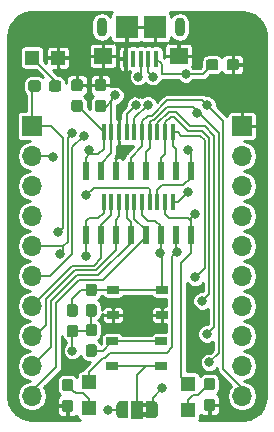
<source format=gbr>
G04 #@! TF.GenerationSoftware,KiCad,Pcbnew,(5.0.0)*
G04 #@! TF.CreationDate,2020-05-05T15:14:53+01:00*
G04 #@! TF.ProjectId,CH552-USB-Devboard,43483535322D5553422D446576626F61,rev?*
G04 #@! TF.SameCoordinates,Original*
G04 #@! TF.FileFunction,Copper,L1,Top,Signal*
G04 #@! TF.FilePolarity,Positive*
%FSLAX46Y46*%
G04 Gerber Fmt 4.6, Leading zero omitted, Abs format (unit mm)*
G04 Created by KiCad (PCBNEW (5.0.0)) date 05/05/20 15:14:53*
%MOMM*%
%LPD*%
G01*
G04 APERTURE LIST*
G04 #@! TA.AperFunction,SMDPad,CuDef*
%ADD10R,1.050000X0.650000*%
G04 #@! TD*
G04 #@! TA.AperFunction,SMDPad,CuDef*
%ADD11R,0.400000X1.350000*%
G04 #@! TD*
G04 #@! TA.AperFunction,ComponentPad*
%ADD12O,0.900000X1.600000*%
G04 #@! TD*
G04 #@! TA.AperFunction,SMDPad,CuDef*
%ADD13R,1.600000X1.400000*%
G04 #@! TD*
G04 #@! TA.AperFunction,SMDPad,CuDef*
%ADD14R,1.900000X1.900000*%
G04 #@! TD*
G04 #@! TA.AperFunction,Conductor*
%ADD15C,0.100000*%
G04 #@! TD*
G04 #@! TA.AperFunction,SMDPad,CuDef*
%ADD16C,0.950000*%
G04 #@! TD*
G04 #@! TA.AperFunction,ComponentPad*
%ADD17O,1.700000X1.700000*%
G04 #@! TD*
G04 #@! TA.AperFunction,ComponentPad*
%ADD18R,1.700000X1.700000*%
G04 #@! TD*
G04 #@! TA.AperFunction,SMDPad,CuDef*
%ADD19R,0.600000X1.500000*%
G04 #@! TD*
G04 #@! TA.AperFunction,SMDPad,CuDef*
%ADD20R,0.450000X1.450000*%
G04 #@! TD*
G04 #@! TA.AperFunction,SMDPad,CuDef*
%ADD21C,0.500000*%
G04 #@! TD*
G04 #@! TA.AperFunction,SMDPad,CuDef*
%ADD22R,1.000000X1.500000*%
G04 #@! TD*
G04 #@! TA.AperFunction,SMDPad,CuDef*
%ADD23R,1.200000X1.200000*%
G04 #@! TD*
G04 #@! TA.AperFunction,ViaPad*
%ADD24C,0.800000*%
G04 #@! TD*
G04 #@! TA.AperFunction,Conductor*
%ADD25C,0.200000*%
G04 #@! TD*
G04 #@! TA.AperFunction,Conductor*
%ADD26C,0.250000*%
G04 #@! TD*
G04 APERTURE END LIST*
D10*
G04 #@! TO.P,SW2,2*
G04 #@! TO.N,/RESET*
X83050000Y-90050000D03*
X87200000Y-90050000D03*
G04 #@! TO.P,SW2,1*
G04 #@! TO.N,GND*
X83050000Y-92200000D03*
X87200000Y-92200000D03*
G04 #@! TD*
G04 #@! TO.P,SW1,1*
G04 #@! TO.N,Net-(R1-Pad1)*
X83000000Y-94400000D03*
X87150000Y-94400000D03*
G04 #@! TO.P,SW1,2*
G04 #@! TO.N,Net-(JP1-Pad2)*
X83000000Y-96550000D03*
X87150000Y-96550000D03*
G04 #@! TD*
D11*
G04 #@! TO.P,J3,3*
G04 #@! TO.N,/P3.6*
X85400000Y-70475000D03*
G04 #@! TO.P,J3,4*
G04 #@! TO.N,Net-(J3-Pad4)*
X84750000Y-70475000D03*
G04 #@! TO.P,J3,5*
G04 #@! TO.N,GND*
X84100000Y-70475000D03*
G04 #@! TO.P,J3,2*
G04 #@! TO.N,/P3.7*
X86050000Y-70475000D03*
G04 #@! TO.P,J3,1*
G04 #@! TO.N,VCC*
X86700000Y-70475000D03*
D12*
G04 #@! TO.P,J3,SH*
G04 #@! TO.N,N/C*
X82100000Y-67800000D03*
X88700000Y-67800000D03*
D13*
G04 #@! TO.N,GND*
X88600000Y-70250000D03*
X82200000Y-70250000D03*
D14*
X86600000Y-67800000D03*
X84200000Y-67800000D03*
G04 #@! TD*
D15*
G04 #@! TO.N,GND*
G04 #@! TO.C,C1*
G36*
X82260779Y-72201144D02*
X82283834Y-72204563D01*
X82306443Y-72210227D01*
X82328387Y-72218079D01*
X82349457Y-72228044D01*
X82369448Y-72240026D01*
X82388168Y-72253910D01*
X82405438Y-72269562D01*
X82421090Y-72286832D01*
X82434974Y-72305552D01*
X82446956Y-72325543D01*
X82456921Y-72346613D01*
X82464773Y-72368557D01*
X82470437Y-72391166D01*
X82473856Y-72414221D01*
X82475000Y-72437500D01*
X82475000Y-73012500D01*
X82473856Y-73035779D01*
X82470437Y-73058834D01*
X82464773Y-73081443D01*
X82456921Y-73103387D01*
X82446956Y-73124457D01*
X82434974Y-73144448D01*
X82421090Y-73163168D01*
X82405438Y-73180438D01*
X82388168Y-73196090D01*
X82369448Y-73209974D01*
X82349457Y-73221956D01*
X82328387Y-73231921D01*
X82306443Y-73239773D01*
X82283834Y-73245437D01*
X82260779Y-73248856D01*
X82237500Y-73250000D01*
X81762500Y-73250000D01*
X81739221Y-73248856D01*
X81716166Y-73245437D01*
X81693557Y-73239773D01*
X81671613Y-73231921D01*
X81650543Y-73221956D01*
X81630552Y-73209974D01*
X81611832Y-73196090D01*
X81594562Y-73180438D01*
X81578910Y-73163168D01*
X81565026Y-73144448D01*
X81553044Y-73124457D01*
X81543079Y-73103387D01*
X81535227Y-73081443D01*
X81529563Y-73058834D01*
X81526144Y-73035779D01*
X81525000Y-73012500D01*
X81525000Y-72437500D01*
X81526144Y-72414221D01*
X81529563Y-72391166D01*
X81535227Y-72368557D01*
X81543079Y-72346613D01*
X81553044Y-72325543D01*
X81565026Y-72305552D01*
X81578910Y-72286832D01*
X81594562Y-72269562D01*
X81611832Y-72253910D01*
X81630552Y-72240026D01*
X81650543Y-72228044D01*
X81671613Y-72218079D01*
X81693557Y-72210227D01*
X81716166Y-72204563D01*
X81739221Y-72201144D01*
X81762500Y-72200000D01*
X82237500Y-72200000D01*
X82260779Y-72201144D01*
X82260779Y-72201144D01*
G37*
D16*
G04 #@! TD*
G04 #@! TO.P,C1,2*
G04 #@! TO.N,GND*
X82000000Y-72725000D03*
D15*
G04 #@! TO.N,VCC*
G04 #@! TO.C,C1*
G36*
X82260779Y-73951144D02*
X82283834Y-73954563D01*
X82306443Y-73960227D01*
X82328387Y-73968079D01*
X82349457Y-73978044D01*
X82369448Y-73990026D01*
X82388168Y-74003910D01*
X82405438Y-74019562D01*
X82421090Y-74036832D01*
X82434974Y-74055552D01*
X82446956Y-74075543D01*
X82456921Y-74096613D01*
X82464773Y-74118557D01*
X82470437Y-74141166D01*
X82473856Y-74164221D01*
X82475000Y-74187500D01*
X82475000Y-74762500D01*
X82473856Y-74785779D01*
X82470437Y-74808834D01*
X82464773Y-74831443D01*
X82456921Y-74853387D01*
X82446956Y-74874457D01*
X82434974Y-74894448D01*
X82421090Y-74913168D01*
X82405438Y-74930438D01*
X82388168Y-74946090D01*
X82369448Y-74959974D01*
X82349457Y-74971956D01*
X82328387Y-74981921D01*
X82306443Y-74989773D01*
X82283834Y-74995437D01*
X82260779Y-74998856D01*
X82237500Y-75000000D01*
X81762500Y-75000000D01*
X81739221Y-74998856D01*
X81716166Y-74995437D01*
X81693557Y-74989773D01*
X81671613Y-74981921D01*
X81650543Y-74971956D01*
X81630552Y-74959974D01*
X81611832Y-74946090D01*
X81594562Y-74930438D01*
X81578910Y-74913168D01*
X81565026Y-74894448D01*
X81553044Y-74874457D01*
X81543079Y-74853387D01*
X81535227Y-74831443D01*
X81529563Y-74808834D01*
X81526144Y-74785779D01*
X81525000Y-74762500D01*
X81525000Y-74187500D01*
X81526144Y-74164221D01*
X81529563Y-74141166D01*
X81535227Y-74118557D01*
X81543079Y-74096613D01*
X81553044Y-74075543D01*
X81565026Y-74055552D01*
X81578910Y-74036832D01*
X81594562Y-74019562D01*
X81611832Y-74003910D01*
X81630552Y-73990026D01*
X81650543Y-73978044D01*
X81671613Y-73968079D01*
X81693557Y-73960227D01*
X81716166Y-73954563D01*
X81739221Y-73951144D01*
X81762500Y-73950000D01*
X82237500Y-73950000D01*
X82260779Y-73951144D01*
X82260779Y-73951144D01*
G37*
D16*
G04 #@! TD*
G04 #@! TO.P,C1,1*
G04 #@! TO.N,VCC*
X82000000Y-74475000D03*
D15*
G04 #@! TO.N,+3V3*
G04 #@! TO.C,C2*
G36*
X80260779Y-73951144D02*
X80283834Y-73954563D01*
X80306443Y-73960227D01*
X80328387Y-73968079D01*
X80349457Y-73978044D01*
X80369448Y-73990026D01*
X80388168Y-74003910D01*
X80405438Y-74019562D01*
X80421090Y-74036832D01*
X80434974Y-74055552D01*
X80446956Y-74075543D01*
X80456921Y-74096613D01*
X80464773Y-74118557D01*
X80470437Y-74141166D01*
X80473856Y-74164221D01*
X80475000Y-74187500D01*
X80475000Y-74762500D01*
X80473856Y-74785779D01*
X80470437Y-74808834D01*
X80464773Y-74831443D01*
X80456921Y-74853387D01*
X80446956Y-74874457D01*
X80434974Y-74894448D01*
X80421090Y-74913168D01*
X80405438Y-74930438D01*
X80388168Y-74946090D01*
X80369448Y-74959974D01*
X80349457Y-74971956D01*
X80328387Y-74981921D01*
X80306443Y-74989773D01*
X80283834Y-74995437D01*
X80260779Y-74998856D01*
X80237500Y-75000000D01*
X79762500Y-75000000D01*
X79739221Y-74998856D01*
X79716166Y-74995437D01*
X79693557Y-74989773D01*
X79671613Y-74981921D01*
X79650543Y-74971956D01*
X79630552Y-74959974D01*
X79611832Y-74946090D01*
X79594562Y-74930438D01*
X79578910Y-74913168D01*
X79565026Y-74894448D01*
X79553044Y-74874457D01*
X79543079Y-74853387D01*
X79535227Y-74831443D01*
X79529563Y-74808834D01*
X79526144Y-74785779D01*
X79525000Y-74762500D01*
X79525000Y-74187500D01*
X79526144Y-74164221D01*
X79529563Y-74141166D01*
X79535227Y-74118557D01*
X79543079Y-74096613D01*
X79553044Y-74075543D01*
X79565026Y-74055552D01*
X79578910Y-74036832D01*
X79594562Y-74019562D01*
X79611832Y-74003910D01*
X79630552Y-73990026D01*
X79650543Y-73978044D01*
X79671613Y-73968079D01*
X79693557Y-73960227D01*
X79716166Y-73954563D01*
X79739221Y-73951144D01*
X79762500Y-73950000D01*
X80237500Y-73950000D01*
X80260779Y-73951144D01*
X80260779Y-73951144D01*
G37*
D16*
G04 #@! TD*
G04 #@! TO.P,C2,1*
G04 #@! TO.N,+3V3*
X80000000Y-74475000D03*
D15*
G04 #@! TO.N,GND*
G04 #@! TO.C,C2*
G36*
X80260779Y-72201144D02*
X80283834Y-72204563D01*
X80306443Y-72210227D01*
X80328387Y-72218079D01*
X80349457Y-72228044D01*
X80369448Y-72240026D01*
X80388168Y-72253910D01*
X80405438Y-72269562D01*
X80421090Y-72286832D01*
X80434974Y-72305552D01*
X80446956Y-72325543D01*
X80456921Y-72346613D01*
X80464773Y-72368557D01*
X80470437Y-72391166D01*
X80473856Y-72414221D01*
X80475000Y-72437500D01*
X80475000Y-73012500D01*
X80473856Y-73035779D01*
X80470437Y-73058834D01*
X80464773Y-73081443D01*
X80456921Y-73103387D01*
X80446956Y-73124457D01*
X80434974Y-73144448D01*
X80421090Y-73163168D01*
X80405438Y-73180438D01*
X80388168Y-73196090D01*
X80369448Y-73209974D01*
X80349457Y-73221956D01*
X80328387Y-73231921D01*
X80306443Y-73239773D01*
X80283834Y-73245437D01*
X80260779Y-73248856D01*
X80237500Y-73250000D01*
X79762500Y-73250000D01*
X79739221Y-73248856D01*
X79716166Y-73245437D01*
X79693557Y-73239773D01*
X79671613Y-73231921D01*
X79650543Y-73221956D01*
X79630552Y-73209974D01*
X79611832Y-73196090D01*
X79594562Y-73180438D01*
X79578910Y-73163168D01*
X79565026Y-73144448D01*
X79553044Y-73124457D01*
X79543079Y-73103387D01*
X79535227Y-73081443D01*
X79529563Y-73058834D01*
X79526144Y-73035779D01*
X79525000Y-73012500D01*
X79525000Y-72437500D01*
X79526144Y-72414221D01*
X79529563Y-72391166D01*
X79535227Y-72368557D01*
X79543079Y-72346613D01*
X79553044Y-72325543D01*
X79565026Y-72305552D01*
X79578910Y-72286832D01*
X79594562Y-72269562D01*
X79611832Y-72253910D01*
X79630552Y-72240026D01*
X79650543Y-72228044D01*
X79671613Y-72218079D01*
X79693557Y-72210227D01*
X79716166Y-72204563D01*
X79739221Y-72201144D01*
X79762500Y-72200000D01*
X80237500Y-72200000D01*
X80260779Y-72201144D01*
X80260779Y-72201144D01*
G37*
D16*
G04 #@! TD*
G04 #@! TO.P,C2,2*
G04 #@! TO.N,GND*
X80000000Y-72725000D03*
D15*
G04 #@! TO.N,/RESET*
G04 #@! TO.C,C3*
G36*
X79860779Y-91276144D02*
X79883834Y-91279563D01*
X79906443Y-91285227D01*
X79928387Y-91293079D01*
X79949457Y-91303044D01*
X79969448Y-91315026D01*
X79988168Y-91328910D01*
X80005438Y-91344562D01*
X80021090Y-91361832D01*
X80034974Y-91380552D01*
X80046956Y-91400543D01*
X80056921Y-91421613D01*
X80064773Y-91443557D01*
X80070437Y-91466166D01*
X80073856Y-91489221D01*
X80075000Y-91512500D01*
X80075000Y-92087500D01*
X80073856Y-92110779D01*
X80070437Y-92133834D01*
X80064773Y-92156443D01*
X80056921Y-92178387D01*
X80046956Y-92199457D01*
X80034974Y-92219448D01*
X80021090Y-92238168D01*
X80005438Y-92255438D01*
X79988168Y-92271090D01*
X79969448Y-92284974D01*
X79949457Y-92296956D01*
X79928387Y-92306921D01*
X79906443Y-92314773D01*
X79883834Y-92320437D01*
X79860779Y-92323856D01*
X79837500Y-92325000D01*
X79362500Y-92325000D01*
X79339221Y-92323856D01*
X79316166Y-92320437D01*
X79293557Y-92314773D01*
X79271613Y-92306921D01*
X79250543Y-92296956D01*
X79230552Y-92284974D01*
X79211832Y-92271090D01*
X79194562Y-92255438D01*
X79178910Y-92238168D01*
X79165026Y-92219448D01*
X79153044Y-92199457D01*
X79143079Y-92178387D01*
X79135227Y-92156443D01*
X79129563Y-92133834D01*
X79126144Y-92110779D01*
X79125000Y-92087500D01*
X79125000Y-91512500D01*
X79126144Y-91489221D01*
X79129563Y-91466166D01*
X79135227Y-91443557D01*
X79143079Y-91421613D01*
X79153044Y-91400543D01*
X79165026Y-91380552D01*
X79178910Y-91361832D01*
X79194562Y-91344562D01*
X79211832Y-91328910D01*
X79230552Y-91315026D01*
X79250543Y-91303044D01*
X79271613Y-91293079D01*
X79293557Y-91285227D01*
X79316166Y-91279563D01*
X79339221Y-91276144D01*
X79362500Y-91275000D01*
X79837500Y-91275000D01*
X79860779Y-91276144D01*
X79860779Y-91276144D01*
G37*
D16*
G04 #@! TD*
G04 #@! TO.P,C3,2*
G04 #@! TO.N,/RESET*
X79600000Y-91800000D03*
D15*
G04 #@! TO.N,VCC*
G04 #@! TO.C,C3*
G36*
X79860779Y-93026144D02*
X79883834Y-93029563D01*
X79906443Y-93035227D01*
X79928387Y-93043079D01*
X79949457Y-93053044D01*
X79969448Y-93065026D01*
X79988168Y-93078910D01*
X80005438Y-93094562D01*
X80021090Y-93111832D01*
X80034974Y-93130552D01*
X80046956Y-93150543D01*
X80056921Y-93171613D01*
X80064773Y-93193557D01*
X80070437Y-93216166D01*
X80073856Y-93239221D01*
X80075000Y-93262500D01*
X80075000Y-93837500D01*
X80073856Y-93860779D01*
X80070437Y-93883834D01*
X80064773Y-93906443D01*
X80056921Y-93928387D01*
X80046956Y-93949457D01*
X80034974Y-93969448D01*
X80021090Y-93988168D01*
X80005438Y-94005438D01*
X79988168Y-94021090D01*
X79969448Y-94034974D01*
X79949457Y-94046956D01*
X79928387Y-94056921D01*
X79906443Y-94064773D01*
X79883834Y-94070437D01*
X79860779Y-94073856D01*
X79837500Y-94075000D01*
X79362500Y-94075000D01*
X79339221Y-94073856D01*
X79316166Y-94070437D01*
X79293557Y-94064773D01*
X79271613Y-94056921D01*
X79250543Y-94046956D01*
X79230552Y-94034974D01*
X79211832Y-94021090D01*
X79194562Y-94005438D01*
X79178910Y-93988168D01*
X79165026Y-93969448D01*
X79153044Y-93949457D01*
X79143079Y-93928387D01*
X79135227Y-93906443D01*
X79129563Y-93883834D01*
X79126144Y-93860779D01*
X79125000Y-93837500D01*
X79125000Y-93262500D01*
X79126144Y-93239221D01*
X79129563Y-93216166D01*
X79135227Y-93193557D01*
X79143079Y-93171613D01*
X79153044Y-93150543D01*
X79165026Y-93130552D01*
X79178910Y-93111832D01*
X79194562Y-93094562D01*
X79211832Y-93078910D01*
X79230552Y-93065026D01*
X79250543Y-93053044D01*
X79271613Y-93043079D01*
X79293557Y-93035227D01*
X79316166Y-93029563D01*
X79339221Y-93026144D01*
X79362500Y-93025000D01*
X79837500Y-93025000D01*
X79860779Y-93026144D01*
X79860779Y-93026144D01*
G37*
D16*
G04 #@! TD*
G04 #@! TO.P,C3,1*
G04 #@! TO.N,VCC*
X79600000Y-93550000D03*
D15*
G04 #@! TO.N,VCC*
G04 #@! TO.C,C4*
G36*
X91760779Y-70526144D02*
X91783834Y-70529563D01*
X91806443Y-70535227D01*
X91828387Y-70543079D01*
X91849457Y-70553044D01*
X91869448Y-70565026D01*
X91888168Y-70578910D01*
X91905438Y-70594562D01*
X91921090Y-70611832D01*
X91934974Y-70630552D01*
X91946956Y-70650543D01*
X91956921Y-70671613D01*
X91964773Y-70693557D01*
X91970437Y-70716166D01*
X91973856Y-70739221D01*
X91975000Y-70762500D01*
X91975000Y-71237500D01*
X91973856Y-71260779D01*
X91970437Y-71283834D01*
X91964773Y-71306443D01*
X91956921Y-71328387D01*
X91946956Y-71349457D01*
X91934974Y-71369448D01*
X91921090Y-71388168D01*
X91905438Y-71405438D01*
X91888168Y-71421090D01*
X91869448Y-71434974D01*
X91849457Y-71446956D01*
X91828387Y-71456921D01*
X91806443Y-71464773D01*
X91783834Y-71470437D01*
X91760779Y-71473856D01*
X91737500Y-71475000D01*
X91162500Y-71475000D01*
X91139221Y-71473856D01*
X91116166Y-71470437D01*
X91093557Y-71464773D01*
X91071613Y-71456921D01*
X91050543Y-71446956D01*
X91030552Y-71434974D01*
X91011832Y-71421090D01*
X90994562Y-71405438D01*
X90978910Y-71388168D01*
X90965026Y-71369448D01*
X90953044Y-71349457D01*
X90943079Y-71328387D01*
X90935227Y-71306443D01*
X90929563Y-71283834D01*
X90926144Y-71260779D01*
X90925000Y-71237500D01*
X90925000Y-70762500D01*
X90926144Y-70739221D01*
X90929563Y-70716166D01*
X90935227Y-70693557D01*
X90943079Y-70671613D01*
X90953044Y-70650543D01*
X90965026Y-70630552D01*
X90978910Y-70611832D01*
X90994562Y-70594562D01*
X91011832Y-70578910D01*
X91030552Y-70565026D01*
X91050543Y-70553044D01*
X91071613Y-70543079D01*
X91093557Y-70535227D01*
X91116166Y-70529563D01*
X91139221Y-70526144D01*
X91162500Y-70525000D01*
X91737500Y-70525000D01*
X91760779Y-70526144D01*
X91760779Y-70526144D01*
G37*
D16*
G04 #@! TD*
G04 #@! TO.P,C4,1*
G04 #@! TO.N,VCC*
X91450000Y-71000000D03*
D15*
G04 #@! TO.N,GND*
G04 #@! TO.C,C4*
G36*
X93510779Y-70526144D02*
X93533834Y-70529563D01*
X93556443Y-70535227D01*
X93578387Y-70543079D01*
X93599457Y-70553044D01*
X93619448Y-70565026D01*
X93638168Y-70578910D01*
X93655438Y-70594562D01*
X93671090Y-70611832D01*
X93684974Y-70630552D01*
X93696956Y-70650543D01*
X93706921Y-70671613D01*
X93714773Y-70693557D01*
X93720437Y-70716166D01*
X93723856Y-70739221D01*
X93725000Y-70762500D01*
X93725000Y-71237500D01*
X93723856Y-71260779D01*
X93720437Y-71283834D01*
X93714773Y-71306443D01*
X93706921Y-71328387D01*
X93696956Y-71349457D01*
X93684974Y-71369448D01*
X93671090Y-71388168D01*
X93655438Y-71405438D01*
X93638168Y-71421090D01*
X93619448Y-71434974D01*
X93599457Y-71446956D01*
X93578387Y-71456921D01*
X93556443Y-71464773D01*
X93533834Y-71470437D01*
X93510779Y-71473856D01*
X93487500Y-71475000D01*
X92912500Y-71475000D01*
X92889221Y-71473856D01*
X92866166Y-71470437D01*
X92843557Y-71464773D01*
X92821613Y-71456921D01*
X92800543Y-71446956D01*
X92780552Y-71434974D01*
X92761832Y-71421090D01*
X92744562Y-71405438D01*
X92728910Y-71388168D01*
X92715026Y-71369448D01*
X92703044Y-71349457D01*
X92693079Y-71328387D01*
X92685227Y-71306443D01*
X92679563Y-71283834D01*
X92676144Y-71260779D01*
X92675000Y-71237500D01*
X92675000Y-70762500D01*
X92676144Y-70739221D01*
X92679563Y-70716166D01*
X92685227Y-70693557D01*
X92693079Y-70671613D01*
X92703044Y-70650543D01*
X92715026Y-70630552D01*
X92728910Y-70611832D01*
X92744562Y-70594562D01*
X92761832Y-70578910D01*
X92780552Y-70565026D01*
X92800543Y-70553044D01*
X92821613Y-70543079D01*
X92843557Y-70535227D01*
X92866166Y-70529563D01*
X92889221Y-70526144D01*
X92912500Y-70525000D01*
X93487500Y-70525000D01*
X93510779Y-70526144D01*
X93510779Y-70526144D01*
G37*
D16*
G04 #@! TD*
G04 #@! TO.P,C4,2*
G04 #@! TO.N,GND*
X93200000Y-71000000D03*
D17*
G04 #@! TO.P,J1,10*
G04 #@! TO.N,/P1.7*
X76200000Y-99060000D03*
G04 #@! TO.P,J1,9*
G04 #@! TO.N,/P1.6*
X76200000Y-96520000D03*
G04 #@! TO.P,J1,8*
G04 #@! TO.N,/P1.5*
X76200000Y-93980000D03*
G04 #@! TO.P,J1,7*
G04 #@! TO.N,/P1.4*
X76200000Y-91440000D03*
G04 #@! TO.P,J1,6*
G04 #@! TO.N,/P1.3*
X76200000Y-88900000D03*
G04 #@! TO.P,J1,5*
G04 #@! TO.N,/P1.2*
X76200000Y-86360000D03*
G04 #@! TO.P,J1,4*
G04 #@! TO.N,/P1.1*
X76200000Y-83820000D03*
G04 #@! TO.P,J1,3*
G04 #@! TO.N,/P1.0*
X76200000Y-81280000D03*
G04 #@! TO.P,J1,2*
G04 #@! TO.N,+3V3*
X76200000Y-78740000D03*
D18*
G04 #@! TO.P,J1,1*
G04 #@! TO.N,VCC*
X76200000Y-76200000D03*
G04 #@! TD*
G04 #@! TO.P,J2,1*
G04 #@! TO.N,GND*
X93980000Y-76200000D03*
D17*
G04 #@! TO.P,J2,2*
G04 #@! TO.N,/RESET*
X93980000Y-78740000D03*
G04 #@! TO.P,J2,3*
G04 #@! TO.N,/P3.0*
X93980000Y-81280000D03*
G04 #@! TO.P,J2,4*
G04 #@! TO.N,/P3.1*
X93980000Y-83820000D03*
G04 #@! TO.P,J2,5*
G04 #@! TO.N,/P3.2*
X93980000Y-86360000D03*
G04 #@! TO.P,J2,6*
G04 #@! TO.N,/P3.3*
X93980000Y-88900000D03*
G04 #@! TO.P,J2,7*
G04 #@! TO.N,/P3.4*
X93980000Y-91440000D03*
G04 #@! TO.P,J2,8*
G04 #@! TO.N,/P3.5*
X93980000Y-93980000D03*
G04 #@! TO.P,J2,9*
G04 #@! TO.N,/P3.6*
X93980000Y-96520000D03*
G04 #@! TO.P,J2,10*
G04 #@! TO.N,/P3.7*
X93980000Y-99060000D03*
G04 #@! TD*
D19*
G04 #@! TO.P,U2,16*
G04 #@! TO.N,+3V3*
X80734192Y-79980020D03*
G04 #@! TO.P,U2,15*
G04 #@! TO.N,VCC*
X82004192Y-79980020D03*
G04 #@! TO.P,U2,14*
G04 #@! TO.N,GND*
X83274192Y-79980020D03*
G04 #@! TO.P,U2,13*
G04 #@! TO.N,/P3.7*
X84544192Y-79980020D03*
G04 #@! TO.P,U2,12*
G04 #@! TO.N,/P3.6*
X85814192Y-79980020D03*
G04 #@! TO.P,U2,11*
G04 #@! TO.N,/P3.4*
X87084192Y-79980020D03*
G04 #@! TO.P,U2,10*
G04 #@! TO.N,/P3.3*
X88354192Y-79980020D03*
G04 #@! TO.P,U2,9*
G04 #@! TO.N,/P1.1*
X89624192Y-79980020D03*
G04 #@! TO.P,U2,8*
G04 #@! TO.N,/P3.1*
X89624192Y-85380020D03*
G04 #@! TO.P,U2,7*
G04 #@! TO.N,/P3.0*
X88354192Y-85380020D03*
G04 #@! TO.P,U2,6*
G04 #@! TO.N,/RESET*
X87084192Y-85380020D03*
G04 #@! TO.P,U2,5*
G04 #@! TO.N,/P1.7*
X85814192Y-85380020D03*
G04 #@! TO.P,U2,4*
G04 #@! TO.N,/P1.6*
X84544192Y-85380020D03*
G04 #@! TO.P,U2,3*
G04 #@! TO.N,/P1.5*
X83274192Y-85380020D03*
G04 #@! TO.P,U2,2*
G04 #@! TO.N,/P1.4*
X82004192Y-85380020D03*
G04 #@! TO.P,U2,1*
G04 #@! TO.N,/P3.2*
X80734192Y-85380020D03*
G04 #@! TD*
D20*
G04 #@! TO.P,U1,20*
G04 #@! TO.N,+3V3*
X82254192Y-76730020D03*
G04 #@! TO.P,U1,19*
G04 #@! TO.N,VCC*
X82904192Y-76730020D03*
G04 #@! TO.P,U1,18*
G04 #@! TO.N,GND*
X83554192Y-76730020D03*
G04 #@! TO.P,U1,17*
G04 #@! TO.N,/P1.2*
X84204192Y-76730020D03*
G04 #@! TO.P,U1,16*
G04 #@! TO.N,/P1.3*
X84854192Y-76730020D03*
G04 #@! TO.P,U1,15*
G04 #@! TO.N,/P3.7*
X85504192Y-76730020D03*
G04 #@! TO.P,U1,14*
G04 #@! TO.N,/P3.6*
X86154192Y-76730020D03*
G04 #@! TO.P,U1,13*
G04 #@! TO.N,/P3.5*
X86804192Y-76730020D03*
G04 #@! TO.P,U1,12*
G04 #@! TO.N,/P3.4*
X87454192Y-76730020D03*
G04 #@! TO.P,U1,11*
G04 #@! TO.N,/P3.3*
X88104192Y-76730020D03*
G04 #@! TO.P,U1,10*
G04 #@! TO.N,/P3.0*
X88104192Y-82630020D03*
G04 #@! TO.P,U1,9*
G04 #@! TO.N,/P3.1*
X87454192Y-82630020D03*
G04 #@! TO.P,U1,8*
G04 #@! TO.N,/P1.1*
X86804192Y-82630020D03*
G04 #@! TO.P,U1,7*
G04 #@! TO.N,/P1.0*
X86154192Y-82630020D03*
G04 #@! TO.P,U1,6*
G04 #@! TO.N,/RESET*
X85504192Y-82630020D03*
G04 #@! TO.P,U1,5*
G04 #@! TO.N,/P1.7*
X84854192Y-82630020D03*
G04 #@! TO.P,U1,4*
G04 #@! TO.N,/P1.6*
X84204192Y-82630020D03*
G04 #@! TO.P,U1,3*
G04 #@! TO.N,/P1.5*
X83554192Y-82630020D03*
G04 #@! TO.P,U1,2*
G04 #@! TO.N,/P1.4*
X82904192Y-82630020D03*
G04 #@! TO.P,U1,1*
G04 #@! TO.N,/P3.2*
X82254192Y-82630020D03*
G04 #@! TD*
D21*
G04 #@! TO.P,JP1,1*
G04 #@! TO.N,/P3.6*
X86400000Y-100200000D03*
D15*
G04 #@! TD*
G04 #@! TO.N,/P3.6*
G04 #@! TO.C,JP1*
G36*
X85850000Y-100800000D02*
X85500000Y-100800000D01*
X85500000Y-100400000D01*
X85850000Y-100400000D01*
X85850000Y-100000000D01*
X85500000Y-100000000D01*
X85500000Y-99600000D01*
X85850000Y-99600000D01*
X85850000Y-99450000D01*
X86400000Y-99450000D01*
X86400000Y-99450602D01*
X86424534Y-99450602D01*
X86473365Y-99455412D01*
X86521490Y-99464984D01*
X86568445Y-99479228D01*
X86613778Y-99498005D01*
X86657051Y-99521136D01*
X86697850Y-99548396D01*
X86735779Y-99579524D01*
X86770476Y-99614221D01*
X86801604Y-99652150D01*
X86828864Y-99692949D01*
X86851995Y-99736222D01*
X86870772Y-99781555D01*
X86885016Y-99828510D01*
X86894588Y-99876635D01*
X86899398Y-99925466D01*
X86899398Y-99950000D01*
X86900000Y-99950000D01*
X86900000Y-100450000D01*
X86899398Y-100450000D01*
X86899398Y-100474534D01*
X86894588Y-100523365D01*
X86885016Y-100571490D01*
X86870772Y-100618445D01*
X86851995Y-100663778D01*
X86828864Y-100707051D01*
X86801604Y-100747850D01*
X86770476Y-100785779D01*
X86735779Y-100820476D01*
X86697850Y-100851604D01*
X86657051Y-100878864D01*
X86613778Y-100901995D01*
X86568445Y-100920772D01*
X86521490Y-100935016D01*
X86473365Y-100944588D01*
X86424534Y-100949398D01*
X86400000Y-100949398D01*
X86400000Y-100950000D01*
X85850000Y-100950000D01*
X85850000Y-100800000D01*
X85850000Y-100800000D01*
G37*
D21*
G04 #@! TO.P,JP1,3*
G04 #@! TO.N,/P1.5*
X83800000Y-100200000D03*
D15*
G04 #@! TD*
G04 #@! TO.N,/P1.5*
G04 #@! TO.C,JP1*
G36*
X83800000Y-100949398D02*
X83775466Y-100949398D01*
X83726635Y-100944588D01*
X83678510Y-100935016D01*
X83631555Y-100920772D01*
X83586222Y-100901995D01*
X83542949Y-100878864D01*
X83502150Y-100851604D01*
X83464221Y-100820476D01*
X83429524Y-100785779D01*
X83398396Y-100747850D01*
X83371136Y-100707051D01*
X83348005Y-100663778D01*
X83329228Y-100618445D01*
X83314984Y-100571490D01*
X83305412Y-100523365D01*
X83300602Y-100474534D01*
X83300602Y-100450000D01*
X83300000Y-100450000D01*
X83300000Y-99950000D01*
X83300602Y-99950000D01*
X83300602Y-99925466D01*
X83305412Y-99876635D01*
X83314984Y-99828510D01*
X83329228Y-99781555D01*
X83348005Y-99736222D01*
X83371136Y-99692949D01*
X83398396Y-99652150D01*
X83429524Y-99614221D01*
X83464221Y-99579524D01*
X83502150Y-99548396D01*
X83542949Y-99521136D01*
X83586222Y-99498005D01*
X83631555Y-99479228D01*
X83678510Y-99464984D01*
X83726635Y-99455412D01*
X83775466Y-99450602D01*
X83800000Y-99450602D01*
X83800000Y-99450000D01*
X84350000Y-99450000D01*
X84350000Y-100950000D01*
X83800000Y-100950000D01*
X83800000Y-100949398D01*
X83800000Y-100949398D01*
G37*
D22*
G04 #@! TO.P,JP1,2*
G04 #@! TO.N,Net-(JP1-Pad2)*
X85100000Y-100200000D03*
G04 #@! TD*
D23*
G04 #@! TO.P,D3,1*
G04 #@! TO.N,GND*
X78400000Y-70400000D03*
G04 #@! TO.P,D3,2*
G04 #@! TO.N,Net-(D3-Pad2)*
X76200000Y-70400000D03*
G04 #@! TD*
G04 #@! TO.P,D2,2*
G04 #@! TO.N,/P3.1*
X89400000Y-98000000D03*
G04 #@! TO.P,D2,1*
G04 #@! TO.N,Net-(D2-Pad1)*
X89400000Y-100200000D03*
G04 #@! TD*
G04 #@! TO.P,D1,1*
G04 #@! TO.N,Net-(D1-Pad1)*
X81000000Y-100100000D03*
G04 #@! TO.P,D1,2*
G04 #@! TO.N,/P3.0*
X81000000Y-97900000D03*
G04 #@! TD*
D15*
G04 #@! TO.N,GND*
G04 #@! TO.C,R4*
G36*
X91460779Y-99276144D02*
X91483834Y-99279563D01*
X91506443Y-99285227D01*
X91528387Y-99293079D01*
X91549457Y-99303044D01*
X91569448Y-99315026D01*
X91588168Y-99328910D01*
X91605438Y-99344562D01*
X91621090Y-99361832D01*
X91634974Y-99380552D01*
X91646956Y-99400543D01*
X91656921Y-99421613D01*
X91664773Y-99443557D01*
X91670437Y-99466166D01*
X91673856Y-99489221D01*
X91675000Y-99512500D01*
X91675000Y-100087500D01*
X91673856Y-100110779D01*
X91670437Y-100133834D01*
X91664773Y-100156443D01*
X91656921Y-100178387D01*
X91646956Y-100199457D01*
X91634974Y-100219448D01*
X91621090Y-100238168D01*
X91605438Y-100255438D01*
X91588168Y-100271090D01*
X91569448Y-100284974D01*
X91549457Y-100296956D01*
X91528387Y-100306921D01*
X91506443Y-100314773D01*
X91483834Y-100320437D01*
X91460779Y-100323856D01*
X91437500Y-100325000D01*
X90962500Y-100325000D01*
X90939221Y-100323856D01*
X90916166Y-100320437D01*
X90893557Y-100314773D01*
X90871613Y-100306921D01*
X90850543Y-100296956D01*
X90830552Y-100284974D01*
X90811832Y-100271090D01*
X90794562Y-100255438D01*
X90778910Y-100238168D01*
X90765026Y-100219448D01*
X90753044Y-100199457D01*
X90743079Y-100178387D01*
X90735227Y-100156443D01*
X90729563Y-100133834D01*
X90726144Y-100110779D01*
X90725000Y-100087500D01*
X90725000Y-99512500D01*
X90726144Y-99489221D01*
X90729563Y-99466166D01*
X90735227Y-99443557D01*
X90743079Y-99421613D01*
X90753044Y-99400543D01*
X90765026Y-99380552D01*
X90778910Y-99361832D01*
X90794562Y-99344562D01*
X90811832Y-99328910D01*
X90830552Y-99315026D01*
X90850543Y-99303044D01*
X90871613Y-99293079D01*
X90893557Y-99285227D01*
X90916166Y-99279563D01*
X90939221Y-99276144D01*
X90962500Y-99275000D01*
X91437500Y-99275000D01*
X91460779Y-99276144D01*
X91460779Y-99276144D01*
G37*
D16*
G04 #@! TD*
G04 #@! TO.P,R4,1*
G04 #@! TO.N,GND*
X91200000Y-99800000D03*
D15*
G04 #@! TO.N,Net-(D2-Pad1)*
G04 #@! TO.C,R4*
G36*
X91460779Y-97526144D02*
X91483834Y-97529563D01*
X91506443Y-97535227D01*
X91528387Y-97543079D01*
X91549457Y-97553044D01*
X91569448Y-97565026D01*
X91588168Y-97578910D01*
X91605438Y-97594562D01*
X91621090Y-97611832D01*
X91634974Y-97630552D01*
X91646956Y-97650543D01*
X91656921Y-97671613D01*
X91664773Y-97693557D01*
X91670437Y-97716166D01*
X91673856Y-97739221D01*
X91675000Y-97762500D01*
X91675000Y-98337500D01*
X91673856Y-98360779D01*
X91670437Y-98383834D01*
X91664773Y-98406443D01*
X91656921Y-98428387D01*
X91646956Y-98449457D01*
X91634974Y-98469448D01*
X91621090Y-98488168D01*
X91605438Y-98505438D01*
X91588168Y-98521090D01*
X91569448Y-98534974D01*
X91549457Y-98546956D01*
X91528387Y-98556921D01*
X91506443Y-98564773D01*
X91483834Y-98570437D01*
X91460779Y-98573856D01*
X91437500Y-98575000D01*
X90962500Y-98575000D01*
X90939221Y-98573856D01*
X90916166Y-98570437D01*
X90893557Y-98564773D01*
X90871613Y-98556921D01*
X90850543Y-98546956D01*
X90830552Y-98534974D01*
X90811832Y-98521090D01*
X90794562Y-98505438D01*
X90778910Y-98488168D01*
X90765026Y-98469448D01*
X90753044Y-98449457D01*
X90743079Y-98428387D01*
X90735227Y-98406443D01*
X90729563Y-98383834D01*
X90726144Y-98360779D01*
X90725000Y-98337500D01*
X90725000Y-97762500D01*
X90726144Y-97739221D01*
X90729563Y-97716166D01*
X90735227Y-97693557D01*
X90743079Y-97671613D01*
X90753044Y-97650543D01*
X90765026Y-97630552D01*
X90778910Y-97611832D01*
X90794562Y-97594562D01*
X90811832Y-97578910D01*
X90830552Y-97565026D01*
X90850543Y-97553044D01*
X90871613Y-97543079D01*
X90893557Y-97535227D01*
X90916166Y-97529563D01*
X90939221Y-97526144D01*
X90962500Y-97525000D01*
X91437500Y-97525000D01*
X91460779Y-97526144D01*
X91460779Y-97526144D01*
G37*
D16*
G04 #@! TD*
G04 #@! TO.P,R4,2*
G04 #@! TO.N,Net-(D2-Pad1)*
X91200000Y-98050000D03*
D15*
G04 #@! TO.N,Net-(D3-Pad2)*
G04 #@! TO.C,R5*
G36*
X78460779Y-72326144D02*
X78483834Y-72329563D01*
X78506443Y-72335227D01*
X78528387Y-72343079D01*
X78549457Y-72353044D01*
X78569448Y-72365026D01*
X78588168Y-72378910D01*
X78605438Y-72394562D01*
X78621090Y-72411832D01*
X78634974Y-72430552D01*
X78646956Y-72450543D01*
X78656921Y-72471613D01*
X78664773Y-72493557D01*
X78670437Y-72516166D01*
X78673856Y-72539221D01*
X78675000Y-72562500D01*
X78675000Y-73037500D01*
X78673856Y-73060779D01*
X78670437Y-73083834D01*
X78664773Y-73106443D01*
X78656921Y-73128387D01*
X78646956Y-73149457D01*
X78634974Y-73169448D01*
X78621090Y-73188168D01*
X78605438Y-73205438D01*
X78588168Y-73221090D01*
X78569448Y-73234974D01*
X78549457Y-73246956D01*
X78528387Y-73256921D01*
X78506443Y-73264773D01*
X78483834Y-73270437D01*
X78460779Y-73273856D01*
X78437500Y-73275000D01*
X77862500Y-73275000D01*
X77839221Y-73273856D01*
X77816166Y-73270437D01*
X77793557Y-73264773D01*
X77771613Y-73256921D01*
X77750543Y-73246956D01*
X77730552Y-73234974D01*
X77711832Y-73221090D01*
X77694562Y-73205438D01*
X77678910Y-73188168D01*
X77665026Y-73169448D01*
X77653044Y-73149457D01*
X77643079Y-73128387D01*
X77635227Y-73106443D01*
X77629563Y-73083834D01*
X77626144Y-73060779D01*
X77625000Y-73037500D01*
X77625000Y-72562500D01*
X77626144Y-72539221D01*
X77629563Y-72516166D01*
X77635227Y-72493557D01*
X77643079Y-72471613D01*
X77653044Y-72450543D01*
X77665026Y-72430552D01*
X77678910Y-72411832D01*
X77694562Y-72394562D01*
X77711832Y-72378910D01*
X77730552Y-72365026D01*
X77750543Y-72353044D01*
X77771613Y-72343079D01*
X77793557Y-72335227D01*
X77816166Y-72329563D01*
X77839221Y-72326144D01*
X77862500Y-72325000D01*
X78437500Y-72325000D01*
X78460779Y-72326144D01*
X78460779Y-72326144D01*
G37*
D16*
G04 #@! TD*
G04 #@! TO.P,R5,2*
G04 #@! TO.N,Net-(D3-Pad2)*
X78150000Y-72800000D03*
D15*
G04 #@! TO.N,VCC*
G04 #@! TO.C,R5*
G36*
X76710779Y-72326144D02*
X76733834Y-72329563D01*
X76756443Y-72335227D01*
X76778387Y-72343079D01*
X76799457Y-72353044D01*
X76819448Y-72365026D01*
X76838168Y-72378910D01*
X76855438Y-72394562D01*
X76871090Y-72411832D01*
X76884974Y-72430552D01*
X76896956Y-72450543D01*
X76906921Y-72471613D01*
X76914773Y-72493557D01*
X76920437Y-72516166D01*
X76923856Y-72539221D01*
X76925000Y-72562500D01*
X76925000Y-73037500D01*
X76923856Y-73060779D01*
X76920437Y-73083834D01*
X76914773Y-73106443D01*
X76906921Y-73128387D01*
X76896956Y-73149457D01*
X76884974Y-73169448D01*
X76871090Y-73188168D01*
X76855438Y-73205438D01*
X76838168Y-73221090D01*
X76819448Y-73234974D01*
X76799457Y-73246956D01*
X76778387Y-73256921D01*
X76756443Y-73264773D01*
X76733834Y-73270437D01*
X76710779Y-73273856D01*
X76687500Y-73275000D01*
X76112500Y-73275000D01*
X76089221Y-73273856D01*
X76066166Y-73270437D01*
X76043557Y-73264773D01*
X76021613Y-73256921D01*
X76000543Y-73246956D01*
X75980552Y-73234974D01*
X75961832Y-73221090D01*
X75944562Y-73205438D01*
X75928910Y-73188168D01*
X75915026Y-73169448D01*
X75903044Y-73149457D01*
X75893079Y-73128387D01*
X75885227Y-73106443D01*
X75879563Y-73083834D01*
X75876144Y-73060779D01*
X75875000Y-73037500D01*
X75875000Y-72562500D01*
X75876144Y-72539221D01*
X75879563Y-72516166D01*
X75885227Y-72493557D01*
X75893079Y-72471613D01*
X75903044Y-72450543D01*
X75915026Y-72430552D01*
X75928910Y-72411832D01*
X75944562Y-72394562D01*
X75961832Y-72378910D01*
X75980552Y-72365026D01*
X76000543Y-72353044D01*
X76021613Y-72343079D01*
X76043557Y-72335227D01*
X76066166Y-72329563D01*
X76089221Y-72326144D01*
X76112500Y-72325000D01*
X76687500Y-72325000D01*
X76710779Y-72326144D01*
X76710779Y-72326144D01*
G37*
D16*
G04 #@! TD*
G04 #@! TO.P,R5,1*
G04 #@! TO.N,VCC*
X76400000Y-72800000D03*
D15*
G04 #@! TO.N,Net-(R1-Pad1)*
G04 #@! TO.C,R1*
G36*
X81460779Y-94676144D02*
X81483834Y-94679563D01*
X81506443Y-94685227D01*
X81528387Y-94693079D01*
X81549457Y-94703044D01*
X81569448Y-94715026D01*
X81588168Y-94728910D01*
X81605438Y-94744562D01*
X81621090Y-94761832D01*
X81634974Y-94780552D01*
X81646956Y-94800543D01*
X81656921Y-94821613D01*
X81664773Y-94843557D01*
X81670437Y-94866166D01*
X81673856Y-94889221D01*
X81675000Y-94912500D01*
X81675000Y-95487500D01*
X81673856Y-95510779D01*
X81670437Y-95533834D01*
X81664773Y-95556443D01*
X81656921Y-95578387D01*
X81646956Y-95599457D01*
X81634974Y-95619448D01*
X81621090Y-95638168D01*
X81605438Y-95655438D01*
X81588168Y-95671090D01*
X81569448Y-95684974D01*
X81549457Y-95696956D01*
X81528387Y-95706921D01*
X81506443Y-95714773D01*
X81483834Y-95720437D01*
X81460779Y-95723856D01*
X81437500Y-95725000D01*
X80962500Y-95725000D01*
X80939221Y-95723856D01*
X80916166Y-95720437D01*
X80893557Y-95714773D01*
X80871613Y-95706921D01*
X80850543Y-95696956D01*
X80830552Y-95684974D01*
X80811832Y-95671090D01*
X80794562Y-95655438D01*
X80778910Y-95638168D01*
X80765026Y-95619448D01*
X80753044Y-95599457D01*
X80743079Y-95578387D01*
X80735227Y-95556443D01*
X80729563Y-95533834D01*
X80726144Y-95510779D01*
X80725000Y-95487500D01*
X80725000Y-94912500D01*
X80726144Y-94889221D01*
X80729563Y-94866166D01*
X80735227Y-94843557D01*
X80743079Y-94821613D01*
X80753044Y-94800543D01*
X80765026Y-94780552D01*
X80778910Y-94761832D01*
X80794562Y-94744562D01*
X80811832Y-94728910D01*
X80830552Y-94715026D01*
X80850543Y-94703044D01*
X80871613Y-94693079D01*
X80893557Y-94685227D01*
X80916166Y-94679563D01*
X80939221Y-94676144D01*
X80962500Y-94675000D01*
X81437500Y-94675000D01*
X81460779Y-94676144D01*
X81460779Y-94676144D01*
G37*
D16*
G04 #@! TD*
G04 #@! TO.P,R1,1*
G04 #@! TO.N,Net-(R1-Pad1)*
X81200000Y-95200000D03*
D15*
G04 #@! TO.N,VCC*
G04 #@! TO.C,R1*
G36*
X81460779Y-92926144D02*
X81483834Y-92929563D01*
X81506443Y-92935227D01*
X81528387Y-92943079D01*
X81549457Y-92953044D01*
X81569448Y-92965026D01*
X81588168Y-92978910D01*
X81605438Y-92994562D01*
X81621090Y-93011832D01*
X81634974Y-93030552D01*
X81646956Y-93050543D01*
X81656921Y-93071613D01*
X81664773Y-93093557D01*
X81670437Y-93116166D01*
X81673856Y-93139221D01*
X81675000Y-93162500D01*
X81675000Y-93737500D01*
X81673856Y-93760779D01*
X81670437Y-93783834D01*
X81664773Y-93806443D01*
X81656921Y-93828387D01*
X81646956Y-93849457D01*
X81634974Y-93869448D01*
X81621090Y-93888168D01*
X81605438Y-93905438D01*
X81588168Y-93921090D01*
X81569448Y-93934974D01*
X81549457Y-93946956D01*
X81528387Y-93956921D01*
X81506443Y-93964773D01*
X81483834Y-93970437D01*
X81460779Y-93973856D01*
X81437500Y-93975000D01*
X80962500Y-93975000D01*
X80939221Y-93973856D01*
X80916166Y-93970437D01*
X80893557Y-93964773D01*
X80871613Y-93956921D01*
X80850543Y-93946956D01*
X80830552Y-93934974D01*
X80811832Y-93921090D01*
X80794562Y-93905438D01*
X80778910Y-93888168D01*
X80765026Y-93869448D01*
X80753044Y-93849457D01*
X80743079Y-93828387D01*
X80735227Y-93806443D01*
X80729563Y-93783834D01*
X80726144Y-93760779D01*
X80725000Y-93737500D01*
X80725000Y-93162500D01*
X80726144Y-93139221D01*
X80729563Y-93116166D01*
X80735227Y-93093557D01*
X80743079Y-93071613D01*
X80753044Y-93050543D01*
X80765026Y-93030552D01*
X80778910Y-93011832D01*
X80794562Y-92994562D01*
X80811832Y-92978910D01*
X80830552Y-92965026D01*
X80850543Y-92953044D01*
X80871613Y-92943079D01*
X80893557Y-92935227D01*
X80916166Y-92929563D01*
X80939221Y-92926144D01*
X80962500Y-92925000D01*
X81437500Y-92925000D01*
X81460779Y-92926144D01*
X81460779Y-92926144D01*
G37*
D16*
G04 #@! TD*
G04 #@! TO.P,R1,2*
G04 #@! TO.N,VCC*
X81200000Y-93450000D03*
D15*
G04 #@! TO.N,VCC*
G04 #@! TO.C,R2*
G36*
X81460779Y-91276144D02*
X81483834Y-91279563D01*
X81506443Y-91285227D01*
X81528387Y-91293079D01*
X81549457Y-91303044D01*
X81569448Y-91315026D01*
X81588168Y-91328910D01*
X81605438Y-91344562D01*
X81621090Y-91361832D01*
X81634974Y-91380552D01*
X81646956Y-91400543D01*
X81656921Y-91421613D01*
X81664773Y-91443557D01*
X81670437Y-91466166D01*
X81673856Y-91489221D01*
X81675000Y-91512500D01*
X81675000Y-92087500D01*
X81673856Y-92110779D01*
X81670437Y-92133834D01*
X81664773Y-92156443D01*
X81656921Y-92178387D01*
X81646956Y-92199457D01*
X81634974Y-92219448D01*
X81621090Y-92238168D01*
X81605438Y-92255438D01*
X81588168Y-92271090D01*
X81569448Y-92284974D01*
X81549457Y-92296956D01*
X81528387Y-92306921D01*
X81506443Y-92314773D01*
X81483834Y-92320437D01*
X81460779Y-92323856D01*
X81437500Y-92325000D01*
X80962500Y-92325000D01*
X80939221Y-92323856D01*
X80916166Y-92320437D01*
X80893557Y-92314773D01*
X80871613Y-92306921D01*
X80850543Y-92296956D01*
X80830552Y-92284974D01*
X80811832Y-92271090D01*
X80794562Y-92255438D01*
X80778910Y-92238168D01*
X80765026Y-92219448D01*
X80753044Y-92199457D01*
X80743079Y-92178387D01*
X80735227Y-92156443D01*
X80729563Y-92133834D01*
X80726144Y-92110779D01*
X80725000Y-92087500D01*
X80725000Y-91512500D01*
X80726144Y-91489221D01*
X80729563Y-91466166D01*
X80735227Y-91443557D01*
X80743079Y-91421613D01*
X80753044Y-91400543D01*
X80765026Y-91380552D01*
X80778910Y-91361832D01*
X80794562Y-91344562D01*
X80811832Y-91328910D01*
X80830552Y-91315026D01*
X80850543Y-91303044D01*
X80871613Y-91293079D01*
X80893557Y-91285227D01*
X80916166Y-91279563D01*
X80939221Y-91276144D01*
X80962500Y-91275000D01*
X81437500Y-91275000D01*
X81460779Y-91276144D01*
X81460779Y-91276144D01*
G37*
D16*
G04 #@! TD*
G04 #@! TO.P,R2,2*
G04 #@! TO.N,VCC*
X81200000Y-91800000D03*
D15*
G04 #@! TO.N,/RESET*
G04 #@! TO.C,R2*
G36*
X81460779Y-89526144D02*
X81483834Y-89529563D01*
X81506443Y-89535227D01*
X81528387Y-89543079D01*
X81549457Y-89553044D01*
X81569448Y-89565026D01*
X81588168Y-89578910D01*
X81605438Y-89594562D01*
X81621090Y-89611832D01*
X81634974Y-89630552D01*
X81646956Y-89650543D01*
X81656921Y-89671613D01*
X81664773Y-89693557D01*
X81670437Y-89716166D01*
X81673856Y-89739221D01*
X81675000Y-89762500D01*
X81675000Y-90337500D01*
X81673856Y-90360779D01*
X81670437Y-90383834D01*
X81664773Y-90406443D01*
X81656921Y-90428387D01*
X81646956Y-90449457D01*
X81634974Y-90469448D01*
X81621090Y-90488168D01*
X81605438Y-90505438D01*
X81588168Y-90521090D01*
X81569448Y-90534974D01*
X81549457Y-90546956D01*
X81528387Y-90556921D01*
X81506443Y-90564773D01*
X81483834Y-90570437D01*
X81460779Y-90573856D01*
X81437500Y-90575000D01*
X80962500Y-90575000D01*
X80939221Y-90573856D01*
X80916166Y-90570437D01*
X80893557Y-90564773D01*
X80871613Y-90556921D01*
X80850543Y-90546956D01*
X80830552Y-90534974D01*
X80811832Y-90521090D01*
X80794562Y-90505438D01*
X80778910Y-90488168D01*
X80765026Y-90469448D01*
X80753044Y-90449457D01*
X80743079Y-90428387D01*
X80735227Y-90406443D01*
X80729563Y-90383834D01*
X80726144Y-90360779D01*
X80725000Y-90337500D01*
X80725000Y-89762500D01*
X80726144Y-89739221D01*
X80729563Y-89716166D01*
X80735227Y-89693557D01*
X80743079Y-89671613D01*
X80753044Y-89650543D01*
X80765026Y-89630552D01*
X80778910Y-89611832D01*
X80794562Y-89594562D01*
X80811832Y-89578910D01*
X80830552Y-89565026D01*
X80850543Y-89553044D01*
X80871613Y-89543079D01*
X80893557Y-89535227D01*
X80916166Y-89529563D01*
X80939221Y-89526144D01*
X80962500Y-89525000D01*
X81437500Y-89525000D01*
X81460779Y-89526144D01*
X81460779Y-89526144D01*
G37*
D16*
G04 #@! TD*
G04 #@! TO.P,R2,1*
G04 #@! TO.N,/RESET*
X81200000Y-90050000D03*
D15*
G04 #@! TO.N,GND*
G04 #@! TO.C,R3*
G36*
X79460779Y-99351144D02*
X79483834Y-99354563D01*
X79506443Y-99360227D01*
X79528387Y-99368079D01*
X79549457Y-99378044D01*
X79569448Y-99390026D01*
X79588168Y-99403910D01*
X79605438Y-99419562D01*
X79621090Y-99436832D01*
X79634974Y-99455552D01*
X79646956Y-99475543D01*
X79656921Y-99496613D01*
X79664773Y-99518557D01*
X79670437Y-99541166D01*
X79673856Y-99564221D01*
X79675000Y-99587500D01*
X79675000Y-100162500D01*
X79673856Y-100185779D01*
X79670437Y-100208834D01*
X79664773Y-100231443D01*
X79656921Y-100253387D01*
X79646956Y-100274457D01*
X79634974Y-100294448D01*
X79621090Y-100313168D01*
X79605438Y-100330438D01*
X79588168Y-100346090D01*
X79569448Y-100359974D01*
X79549457Y-100371956D01*
X79528387Y-100381921D01*
X79506443Y-100389773D01*
X79483834Y-100395437D01*
X79460779Y-100398856D01*
X79437500Y-100400000D01*
X78962500Y-100400000D01*
X78939221Y-100398856D01*
X78916166Y-100395437D01*
X78893557Y-100389773D01*
X78871613Y-100381921D01*
X78850543Y-100371956D01*
X78830552Y-100359974D01*
X78811832Y-100346090D01*
X78794562Y-100330438D01*
X78778910Y-100313168D01*
X78765026Y-100294448D01*
X78753044Y-100274457D01*
X78743079Y-100253387D01*
X78735227Y-100231443D01*
X78729563Y-100208834D01*
X78726144Y-100185779D01*
X78725000Y-100162500D01*
X78725000Y-99587500D01*
X78726144Y-99564221D01*
X78729563Y-99541166D01*
X78735227Y-99518557D01*
X78743079Y-99496613D01*
X78753044Y-99475543D01*
X78765026Y-99455552D01*
X78778910Y-99436832D01*
X78794562Y-99419562D01*
X78811832Y-99403910D01*
X78830552Y-99390026D01*
X78850543Y-99378044D01*
X78871613Y-99368079D01*
X78893557Y-99360227D01*
X78916166Y-99354563D01*
X78939221Y-99351144D01*
X78962500Y-99350000D01*
X79437500Y-99350000D01*
X79460779Y-99351144D01*
X79460779Y-99351144D01*
G37*
D16*
G04 #@! TD*
G04 #@! TO.P,R3,1*
G04 #@! TO.N,GND*
X79200000Y-99875000D03*
D15*
G04 #@! TO.N,Net-(D1-Pad1)*
G04 #@! TO.C,R3*
G36*
X79460779Y-97601144D02*
X79483834Y-97604563D01*
X79506443Y-97610227D01*
X79528387Y-97618079D01*
X79549457Y-97628044D01*
X79569448Y-97640026D01*
X79588168Y-97653910D01*
X79605438Y-97669562D01*
X79621090Y-97686832D01*
X79634974Y-97705552D01*
X79646956Y-97725543D01*
X79656921Y-97746613D01*
X79664773Y-97768557D01*
X79670437Y-97791166D01*
X79673856Y-97814221D01*
X79675000Y-97837500D01*
X79675000Y-98412500D01*
X79673856Y-98435779D01*
X79670437Y-98458834D01*
X79664773Y-98481443D01*
X79656921Y-98503387D01*
X79646956Y-98524457D01*
X79634974Y-98544448D01*
X79621090Y-98563168D01*
X79605438Y-98580438D01*
X79588168Y-98596090D01*
X79569448Y-98609974D01*
X79549457Y-98621956D01*
X79528387Y-98631921D01*
X79506443Y-98639773D01*
X79483834Y-98645437D01*
X79460779Y-98648856D01*
X79437500Y-98650000D01*
X78962500Y-98650000D01*
X78939221Y-98648856D01*
X78916166Y-98645437D01*
X78893557Y-98639773D01*
X78871613Y-98631921D01*
X78850543Y-98621956D01*
X78830552Y-98609974D01*
X78811832Y-98596090D01*
X78794562Y-98580438D01*
X78778910Y-98563168D01*
X78765026Y-98544448D01*
X78753044Y-98524457D01*
X78743079Y-98503387D01*
X78735227Y-98481443D01*
X78729563Y-98458834D01*
X78726144Y-98435779D01*
X78725000Y-98412500D01*
X78725000Y-97837500D01*
X78726144Y-97814221D01*
X78729563Y-97791166D01*
X78735227Y-97768557D01*
X78743079Y-97746613D01*
X78753044Y-97725543D01*
X78765026Y-97705552D01*
X78778910Y-97686832D01*
X78794562Y-97669562D01*
X78811832Y-97653910D01*
X78830552Y-97640026D01*
X78850543Y-97628044D01*
X78871613Y-97618079D01*
X78893557Y-97610227D01*
X78916166Y-97604563D01*
X78939221Y-97601144D01*
X78962500Y-97600000D01*
X79437500Y-97600000D01*
X79460779Y-97601144D01*
X79460779Y-97601144D01*
G37*
D16*
G04 #@! TD*
G04 #@! TO.P,R3,2*
G04 #@! TO.N,Net-(D1-Pad1)*
X79200000Y-98125000D03*
D24*
G04 #@! TO.N,VCC*
X78400000Y-85200000D03*
X79600000Y-95200000D03*
X89200000Y-71800000D03*
X83200000Y-73599990D03*
G04 #@! TO.N,/RESET*
X87000000Y-86899990D03*
G04 #@! TO.N,/P3.0*
X89400000Y-81800000D03*
X88464088Y-86821362D03*
G04 #@! TO.N,/P3.1*
X90000000Y-83600000D03*
G04 #@! TO.N,GND*
X84200000Y-72800000D03*
X78400000Y-68600000D03*
X93200000Y-73800000D03*
X83800000Y-93400000D03*
X85400000Y-93400000D03*
X77400000Y-100200000D03*
X92600000Y-100600000D03*
X85274433Y-73438381D03*
G04 #@! TO.N,/P3.6*
X91200000Y-96200000D03*
X85200000Y-72000000D03*
X87200000Y-98400000D03*
X90200000Y-75100000D03*
G04 #@! TO.N,/P1.5*
X82600000Y-100200000D03*
G04 #@! TO.N,+3V3*
X78000000Y-78800000D03*
X81000000Y-78200000D03*
G04 #@! TO.N,/P1.2*
X79600000Y-76800000D03*
X78600000Y-87000000D03*
X84999984Y-74400000D03*
G04 #@! TO.N,/P1.3*
X80600000Y-77000000D03*
X86000029Y-74400000D03*
G04 #@! TO.N,/P3.7*
X86400000Y-72000000D03*
X91000000Y-74400000D03*
G04 #@! TO.N,/P3.5*
X91000000Y-93800000D03*
G04 #@! TO.N,/P3.4*
X90600000Y-91000000D03*
G04 #@! TO.N,/P3.3*
X90000000Y-89000004D03*
G04 #@! TO.N,/P1.1*
X89400000Y-78200000D03*
G04 #@! TO.N,/P1.0*
X80800000Y-82000000D03*
G04 #@! TO.N,/P3.2*
X80800000Y-87200000D03*
G04 #@! TD*
D25*
G04 #@! TO.N,VCC*
X82004192Y-79980020D02*
X82004192Y-79395808D01*
X82904192Y-78495808D02*
X82904192Y-76730020D01*
X82004192Y-79395808D02*
X82904192Y-78495808D01*
X87200000Y-70975000D02*
X86700000Y-70475000D01*
X76200000Y-76200000D02*
X77800000Y-76200000D01*
X77800000Y-76200000D02*
X78800000Y-77200000D01*
X78800000Y-77200000D02*
X78800000Y-84800000D01*
X78800000Y-84800000D02*
X78400000Y-85200000D01*
X79400000Y-94000000D02*
X79400000Y-93800000D01*
X79600000Y-95200000D02*
X79600000Y-93550000D01*
X81100000Y-93550000D02*
X81200000Y-93450000D01*
X79600000Y-93550000D02*
X81100000Y-93550000D01*
X81200000Y-91800000D02*
X81200000Y-93450000D01*
X90650000Y-71800000D02*
X91450000Y-71000000D01*
X87200000Y-71800000D02*
X87200000Y-70975000D01*
X89200000Y-71800000D02*
X90650000Y-71800000D01*
X87200000Y-71800000D02*
X89200000Y-71800000D01*
X76200000Y-73000000D02*
X76400000Y-72800000D01*
X76200000Y-76200000D02*
X76200000Y-73000000D01*
X82425002Y-74575000D02*
X83000001Y-74000001D01*
X82904192Y-76730020D02*
X82904192Y-74095810D01*
X82000000Y-74575000D02*
X82425002Y-74575000D01*
X82904192Y-74095810D02*
X83000001Y-74000001D01*
X83000001Y-74000001D02*
X83000001Y-73799989D01*
X83000001Y-73799989D02*
X83200000Y-73599990D01*
G04 #@! TO.N,/RESET*
X85504192Y-82630020D02*
X85504192Y-83704192D01*
X85504192Y-83704192D02*
X86000000Y-84200000D01*
X86000000Y-84200000D02*
X86600000Y-84200000D01*
X87084192Y-84684192D02*
X87084192Y-85380020D01*
X86600000Y-84200000D02*
X87084192Y-84684192D01*
X79600000Y-91800000D02*
X79600000Y-90800000D01*
X80350000Y-90050000D02*
X81200000Y-90050000D01*
X79600000Y-90800000D02*
X80350000Y-90050000D01*
X81200000Y-90050000D02*
X83050000Y-90050000D01*
X83050000Y-90050000D02*
X87200000Y-90050000D01*
X87200000Y-90050000D02*
X87200000Y-87099990D01*
X87084192Y-85380020D02*
X87084192Y-86815798D01*
X87200000Y-87099990D02*
X87000000Y-86899990D01*
X87084192Y-86815798D02*
X87000000Y-86899990D01*
G04 #@! TO.N,Net-(R1-Pad1)*
X82200000Y-95200000D02*
X83000000Y-94400000D01*
X81200000Y-95200000D02*
X82200000Y-95200000D01*
X83000000Y-94400000D02*
X87150000Y-94400000D01*
G04 #@! TO.N,Net-(D3-Pad2)*
X78150000Y-72350000D02*
X76200000Y-70400000D01*
X78150000Y-72800000D02*
X78150000Y-72350000D01*
G04 #@! TO.N,/P3.0*
X88104192Y-82630020D02*
X88569980Y-82630020D01*
X88569980Y-82630020D02*
X89000001Y-82199999D01*
X89000001Y-82199999D02*
X89400000Y-81800000D01*
X88354192Y-85380020D02*
X88354192Y-86711466D01*
X88354192Y-86711466D02*
X88464088Y-86821362D01*
X82174999Y-95825001D02*
X82200000Y-95800000D01*
X88064089Y-87221361D02*
X88464088Y-86821362D01*
X88064089Y-94935911D02*
X88064089Y-87221361D01*
X87600000Y-95400000D02*
X88064089Y-94935911D01*
X82800000Y-95400000D02*
X87600000Y-95400000D01*
X82200000Y-95800000D02*
X82400000Y-95800000D01*
X82400000Y-95800000D02*
X82800000Y-95400000D01*
X82000000Y-96000000D02*
X82200000Y-95800000D01*
X81000000Y-97900000D02*
X81000000Y-97000000D01*
X81000000Y-97000000D02*
X82000000Y-96000000D01*
G04 #@! TO.N,/P3.1*
X87454192Y-82630020D02*
X87454192Y-83654192D01*
X87454192Y-83654192D02*
X87800000Y-84000000D01*
X87800000Y-84000000D02*
X89400000Y-84000000D01*
X89624192Y-84224192D02*
X89624192Y-85380020D01*
X89400000Y-84000000D02*
X89624192Y-84224192D01*
X89624192Y-83975808D02*
X89624192Y-85380020D01*
X90000000Y-83600000D02*
X89624192Y-83975808D01*
X88800000Y-97400000D02*
X89117150Y-97717150D01*
X88800000Y-87800000D02*
X88800000Y-97400000D01*
X89624192Y-85380020D02*
X89624192Y-86975808D01*
X89624192Y-86975808D02*
X88800000Y-87800000D01*
G04 #@! TO.N,GND*
X83274192Y-79980020D02*
X83274192Y-78725808D01*
X83554192Y-78445808D02*
X83554192Y-76730020D01*
X83274192Y-78725808D02*
X83554192Y-78445808D01*
X83554192Y-74458328D02*
X84200000Y-73636002D01*
X84200000Y-73365685D02*
X84200000Y-72800000D01*
X84200000Y-73636002D02*
X84200000Y-73365685D01*
X83554192Y-76730020D02*
X83554192Y-74458328D01*
G04 #@! TO.N,/P3.6*
X86154192Y-76730020D02*
X86154192Y-78045808D01*
X85814192Y-78385808D02*
X85814192Y-79980020D01*
X86154192Y-78045808D02*
X85814192Y-78385808D01*
X91200000Y-96200000D02*
X91000000Y-96400000D01*
X85400000Y-70475000D02*
X85400000Y-71800000D01*
X85400000Y-71800000D02*
X85200000Y-72000000D01*
X92000000Y-95400000D02*
X91200000Y-96200000D01*
X92000000Y-76800000D02*
X92000000Y-95400000D01*
X90400000Y-75200000D02*
X92000000Y-76800000D01*
X86400000Y-100200000D02*
X86400000Y-99200000D01*
X86400000Y-99200000D02*
X87200000Y-98400000D01*
X87601702Y-74600000D02*
X89800000Y-74600000D01*
X86154192Y-75880108D02*
X86334289Y-75700012D01*
X89800000Y-74600000D02*
X90400000Y-75200000D01*
X86334289Y-75700012D02*
X86501690Y-75700012D01*
X86501690Y-75700012D02*
X87601702Y-74600000D01*
X86154192Y-76730020D02*
X86154192Y-75880108D01*
X90300000Y-75200000D02*
X90400000Y-75200000D01*
X90200000Y-75100000D02*
X90300000Y-75200000D01*
G04 #@! TO.N,/P1.5*
X83274192Y-85380020D02*
X83274192Y-84125808D01*
X83554192Y-83845808D02*
X83554192Y-82630020D01*
X83274192Y-84125808D02*
X83554192Y-83845808D01*
X83274192Y-86725808D02*
X83274192Y-85380020D01*
X76200000Y-93980000D02*
X76420000Y-93980000D01*
X76420000Y-93980000D02*
X77400000Y-93000000D01*
X77400000Y-93000000D02*
X77400000Y-90800000D01*
X77400000Y-90800000D02*
X79800000Y-88400000D01*
X79800000Y-88400000D02*
X81600000Y-88400000D01*
X81600000Y-88400000D02*
X83274192Y-86725808D01*
X82600000Y-100200000D02*
X83800000Y-100200000D01*
G04 #@! TO.N,Net-(JP1-Pad2)*
X85100000Y-100200000D02*
X85100000Y-97300000D01*
X85850000Y-96550000D02*
X87150000Y-96550000D01*
X85100000Y-97300000D02*
X85850000Y-96550000D01*
X83000000Y-96550000D02*
X87150000Y-96550000D01*
G04 #@! TO.N,+3V3*
X82254192Y-76730020D02*
X82254192Y-78145808D01*
X82254192Y-78145808D02*
X81800000Y-78600000D01*
X81800000Y-78600000D02*
X81000000Y-78600000D01*
X80734192Y-78865808D02*
X80734192Y-79980020D01*
X81000000Y-78600000D02*
X80734192Y-78865808D01*
X80000000Y-74600000D02*
X80200000Y-74600000D01*
X82254192Y-76654192D02*
X82254192Y-76730020D01*
X80200000Y-74600000D02*
X82254192Y-76654192D01*
X76200000Y-78740000D02*
X77940000Y-78740000D01*
X77940000Y-78740000D02*
X78000000Y-78800000D01*
X81000000Y-78200000D02*
X81000000Y-78600000D01*
G04 #@! TO.N,/P1.2*
X76200000Y-86360000D02*
X78840000Y-86360000D01*
X78840000Y-86360000D02*
X79200000Y-86000000D01*
X79200000Y-86000000D02*
X79200000Y-77200000D01*
X79200000Y-77200000D02*
X79600000Y-76800000D01*
X78840000Y-86360000D02*
X78840000Y-86760000D01*
X78840000Y-86760000D02*
X78600000Y-87000000D01*
X84204192Y-76730020D02*
X84204192Y-75195792D01*
X84204192Y-75195792D02*
X84999984Y-74400000D01*
G04 #@! TO.N,/P1.3*
X76200000Y-88900000D02*
X77700000Y-88900000D01*
X77700000Y-88900000D02*
X79600000Y-87000000D01*
X79600000Y-87000000D02*
X79600000Y-78000000D01*
X79600000Y-78000000D02*
X80600000Y-77000000D01*
X84854192Y-76730020D02*
X84854192Y-75545837D01*
X84854192Y-75545837D02*
X86000029Y-74400000D01*
G04 #@! TO.N,/P3.7*
X84544192Y-79980020D02*
X84544192Y-78855808D01*
X85504192Y-77895808D02*
X85504192Y-76730020D01*
X84544192Y-78855808D02*
X85504192Y-77895808D01*
X86050000Y-70475000D02*
X86050000Y-71650000D01*
X86050000Y-71650000D02*
X86400000Y-72000000D01*
X93980000Y-98380000D02*
X93980000Y-99060000D01*
X92400000Y-96800000D02*
X93980000Y-98380000D01*
X91000000Y-74400000D02*
X92400000Y-75800000D01*
X92400000Y-75800000D02*
X92400000Y-96800000D01*
X86336001Y-75300001D02*
X87636001Y-74000001D01*
X90600001Y-74000001D02*
X91000000Y-74400000D01*
X86009211Y-75300001D02*
X86336001Y-75300001D01*
X85504192Y-75805020D02*
X86009211Y-75300001D01*
X85504192Y-76730020D02*
X85504192Y-75805020D01*
X87636001Y-74000001D02*
X90600001Y-74000001D01*
G04 #@! TO.N,/P3.5*
X91399999Y-93400001D02*
X91000000Y-93800000D01*
X90800000Y-76200000D02*
X91600000Y-77000000D01*
X91600000Y-77000000D02*
X91600000Y-93200000D01*
X91600000Y-93200000D02*
X91399999Y-93400001D01*
X89600000Y-76200000D02*
X90800000Y-76200000D01*
X86804192Y-75963210D02*
X87767391Y-75000011D01*
X86804192Y-76730020D02*
X86804192Y-75963210D01*
X88400011Y-75000011D02*
X89600000Y-76200000D01*
X87767391Y-75000011D02*
X88400011Y-75000011D01*
G04 #@! TO.N,/P3.4*
X87084192Y-79980020D02*
X87084192Y-78915808D01*
X87454192Y-78545808D02*
X87454192Y-76730020D01*
X87084192Y-78915808D02*
X87454192Y-78545808D01*
X91199989Y-90400011D02*
X91199989Y-77199989D01*
X89400000Y-76600000D02*
X88200022Y-75400022D01*
X88200022Y-75400022D02*
X87933080Y-75400022D01*
X87933080Y-75400022D02*
X87454192Y-75878910D01*
X90600000Y-76600000D02*
X89400000Y-76600000D01*
X90600000Y-91000000D02*
X91199989Y-90400011D01*
X87454192Y-75878910D02*
X87454192Y-76730020D01*
X91199989Y-77199989D02*
X90600000Y-76600000D01*
G04 #@! TO.N,/P3.3*
X88104192Y-76730020D02*
X88104192Y-77904192D01*
X88354192Y-78154192D02*
X88354192Y-79980020D01*
X88104192Y-77904192D02*
X88354192Y-78154192D01*
X88529192Y-76730020D02*
X88799194Y-77000022D01*
X90799978Y-77399978D02*
X90799978Y-88200026D01*
X90399999Y-88600005D02*
X90000000Y-89000004D01*
X88104192Y-76730020D02*
X88529192Y-76730020D01*
X88799194Y-77000022D02*
X90400022Y-77000022D01*
X90400022Y-77000022D02*
X90799978Y-77399978D01*
X90799978Y-88200026D02*
X90399999Y-88600005D01*
G04 #@! TO.N,/P1.1*
X86804192Y-82630020D02*
X86804192Y-81604192D01*
X86804192Y-81604192D02*
X87200000Y-81208384D01*
X87200000Y-81208384D02*
X88991616Y-81208384D01*
X89624192Y-80575808D02*
X89624192Y-79980020D01*
X88991616Y-81208384D02*
X89624192Y-80575808D01*
X89624192Y-79980020D02*
X89624192Y-78424192D01*
X89624192Y-78424192D02*
X89400000Y-78200000D01*
G04 #@! TO.N,/P1.0*
X86154192Y-82630020D02*
X86154192Y-81554192D01*
X86154192Y-81554192D02*
X86000000Y-81400000D01*
X86000000Y-81400000D02*
X81400000Y-81400000D01*
X81400000Y-81400000D02*
X80800000Y-82000000D01*
G04 #@! TO.N,/P1.7*
X85814192Y-85380020D02*
X85814192Y-85014192D01*
X84854192Y-84054192D02*
X84854192Y-82630020D01*
X85814192Y-85014192D02*
X84854192Y-84054192D01*
X76200000Y-98600000D02*
X78200000Y-96600000D01*
X85814192Y-85585808D02*
X85814192Y-85380020D01*
X76200000Y-99060000D02*
X76200000Y-98600000D01*
X78200000Y-91200000D02*
X80200000Y-89200000D01*
X78200000Y-96600000D02*
X78200000Y-91200000D01*
X80200000Y-89200000D02*
X82200000Y-89200000D01*
X82200000Y-89200000D02*
X85814192Y-85585808D01*
G04 #@! TO.N,/P1.6*
X84544192Y-85380020D02*
X84544192Y-84344192D01*
X84204192Y-84004192D02*
X84204192Y-82630020D01*
X84544192Y-84344192D02*
X84204192Y-84004192D01*
X84544192Y-86055808D02*
X84544192Y-85380020D01*
X81800000Y-88800000D02*
X84544192Y-86055808D01*
X80000000Y-88800000D02*
X81800000Y-88800000D01*
X77800000Y-91000000D02*
X80000000Y-88800000D01*
X77800000Y-94920000D02*
X77800000Y-91000000D01*
X76200000Y-96520000D02*
X77800000Y-94920000D01*
G04 #@! TO.N,/P1.4*
X82004192Y-85380020D02*
X82004192Y-84595808D01*
X82904192Y-83695808D02*
X82904192Y-82630020D01*
X82004192Y-84595808D02*
X82904192Y-83695808D01*
X82004192Y-87395808D02*
X82004192Y-85380020D01*
X76200000Y-91440000D02*
X76200000Y-91400000D01*
X79600000Y-88000000D02*
X81400000Y-88000000D01*
X76200000Y-91400000D02*
X79600000Y-88000000D01*
X81400000Y-88000000D02*
X82004192Y-87395808D01*
G04 #@! TO.N,/P3.2*
X82254192Y-82630020D02*
X82254192Y-83545808D01*
X82254192Y-83545808D02*
X81800000Y-84000000D01*
X81800000Y-84000000D02*
X81000000Y-84000000D01*
X80734192Y-84265808D02*
X80734192Y-85380020D01*
X81000000Y-84000000D02*
X80734192Y-84265808D01*
X80734192Y-85380020D02*
X80734192Y-87134192D01*
X80734192Y-87134192D02*
X80800000Y-87200000D01*
G04 #@! TO.N,Net-(D2-Pad1)*
X90700928Y-98549072D02*
X91200000Y-98050000D01*
X90250000Y-99000000D02*
X90700928Y-98549072D01*
X89800000Y-99000000D02*
X90250000Y-99000000D01*
X89400000Y-100200000D02*
X89400000Y-99400000D01*
X89400000Y-99400000D02*
X89800000Y-99000000D01*
G04 #@! TO.N,Net-(D1-Pad1)*
X81000000Y-100100000D02*
X81100000Y-100100000D01*
X79699072Y-98624072D02*
X79200000Y-98125000D01*
X79875001Y-98800001D02*
X79699072Y-98624072D01*
X80500001Y-98800001D02*
X79875001Y-98800001D01*
X81000000Y-99300000D02*
X80500001Y-98800001D01*
X81000000Y-100100000D02*
X81000000Y-99300000D01*
G04 #@! TD*
D26*
G04 #@! TO.N,GND*
G36*
X82889702Y-66609257D02*
X82825000Y-66765462D01*
X82825000Y-66960081D01*
X82730840Y-66819160D01*
X82441408Y-66625768D01*
X82100000Y-66557858D01*
X81758593Y-66625768D01*
X81469161Y-66819160D01*
X81275769Y-67108592D01*
X81225000Y-67363821D01*
X81225000Y-68236178D01*
X81275768Y-68491407D01*
X81469160Y-68780840D01*
X81758592Y-68974232D01*
X82100000Y-69042142D01*
X82441407Y-68974232D01*
X82730840Y-68780840D01*
X82825000Y-68639919D01*
X82825000Y-68834538D01*
X82889702Y-68990743D01*
X83009257Y-69110298D01*
X83044751Y-69125000D01*
X82331250Y-69125000D01*
X82225000Y-69231250D01*
X82225000Y-70225000D01*
X83318750Y-70225000D01*
X83425000Y-70118750D01*
X83425000Y-69715462D01*
X83475000Y-69715462D01*
X83475000Y-70343750D01*
X83581250Y-70450000D01*
X84075000Y-70450000D01*
X84075000Y-69800000D01*
X84116674Y-69800000D01*
X84116674Y-71150000D01*
X84125000Y-71191858D01*
X84125000Y-71468750D01*
X84231250Y-71575000D01*
X84384538Y-71575000D01*
X84424638Y-71558390D01*
X84484976Y-71570392D01*
X84375000Y-71835897D01*
X84375000Y-72164103D01*
X84500599Y-72467325D01*
X84732675Y-72699401D01*
X85035897Y-72825000D01*
X85364103Y-72825000D01*
X85667325Y-72699401D01*
X85800000Y-72566726D01*
X85932675Y-72699401D01*
X86235897Y-72825000D01*
X86564103Y-72825000D01*
X86867325Y-72699401D01*
X87099401Y-72467325D01*
X87157588Y-72326849D01*
X87200000Y-72335285D01*
X87251706Y-72325000D01*
X88558274Y-72325000D01*
X88732675Y-72499401D01*
X89035897Y-72625000D01*
X89364103Y-72625000D01*
X89667325Y-72499401D01*
X89841726Y-72325000D01*
X90598294Y-72325000D01*
X90650000Y-72335285D01*
X90701706Y-72325000D01*
X90854845Y-72294539D01*
X91028504Y-72178504D01*
X91057797Y-72134665D01*
X91284135Y-71908326D01*
X91737500Y-71908326D01*
X91994214Y-71857262D01*
X92211846Y-71711846D01*
X92274344Y-71618310D01*
X92314702Y-71715743D01*
X92434257Y-71835298D01*
X92590462Y-71900000D01*
X93068750Y-71900000D01*
X93175000Y-71793750D01*
X93175000Y-71025000D01*
X93225000Y-71025000D01*
X93225000Y-71793750D01*
X93331250Y-71900000D01*
X93809538Y-71900000D01*
X93965743Y-71835298D01*
X94085298Y-71715743D01*
X94150000Y-71559538D01*
X94150000Y-71131250D01*
X94043750Y-71025000D01*
X93225000Y-71025000D01*
X93175000Y-71025000D01*
X93155000Y-71025000D01*
X93155000Y-70975000D01*
X93175000Y-70975000D01*
X93175000Y-70206250D01*
X93225000Y-70206250D01*
X93225000Y-70975000D01*
X94043750Y-70975000D01*
X94150000Y-70868750D01*
X94150000Y-70440462D01*
X94085298Y-70284257D01*
X93965743Y-70164702D01*
X93809538Y-70100000D01*
X93331250Y-70100000D01*
X93225000Y-70206250D01*
X93175000Y-70206250D01*
X93068750Y-70100000D01*
X92590462Y-70100000D01*
X92434257Y-70164702D01*
X92314702Y-70284257D01*
X92274344Y-70381690D01*
X92211846Y-70288154D01*
X91994214Y-70142738D01*
X91737500Y-70091674D01*
X91162500Y-70091674D01*
X90905786Y-70142738D01*
X90688154Y-70288154D01*
X90542738Y-70505786D01*
X90491674Y-70762500D01*
X90491674Y-71215865D01*
X90432539Y-71275000D01*
X89841726Y-71275000D01*
X89758884Y-71192158D01*
X89760298Y-71190743D01*
X89825000Y-71034538D01*
X89825000Y-70381250D01*
X89718750Y-70275000D01*
X88625000Y-70275000D01*
X88625000Y-70295000D01*
X88575000Y-70295000D01*
X88575000Y-70275000D01*
X87481250Y-70275000D01*
X87375000Y-70381250D01*
X87375000Y-70407538D01*
X87333326Y-70365864D01*
X87333326Y-69800000D01*
X87300341Y-69634173D01*
X87206408Y-69493592D01*
X87065827Y-69399659D01*
X86900000Y-69366674D01*
X86500000Y-69366674D01*
X86375000Y-69391538D01*
X86250000Y-69366674D01*
X85850000Y-69366674D01*
X85725000Y-69391538D01*
X85600000Y-69366674D01*
X85200000Y-69366674D01*
X85075000Y-69391538D01*
X84950000Y-69366674D01*
X84550000Y-69366674D01*
X84424638Y-69391610D01*
X84384538Y-69375000D01*
X84231250Y-69375000D01*
X84125000Y-69481250D01*
X84125000Y-69758142D01*
X84116674Y-69800000D01*
X84075000Y-69800000D01*
X84075000Y-69481250D01*
X83968750Y-69375000D01*
X83815462Y-69375000D01*
X83659257Y-69439702D01*
X83539702Y-69559257D01*
X83475000Y-69715462D01*
X83425000Y-69715462D01*
X83425000Y-69465462D01*
X83360298Y-69309257D01*
X83240743Y-69189702D01*
X83205249Y-69175000D01*
X84068750Y-69175000D01*
X84175000Y-69068750D01*
X84175000Y-67825000D01*
X84225000Y-67825000D01*
X84225000Y-69068750D01*
X84331250Y-69175000D01*
X85234538Y-69175000D01*
X85390743Y-69110298D01*
X85400000Y-69101041D01*
X85409257Y-69110298D01*
X85565462Y-69175000D01*
X86468750Y-69175000D01*
X86575000Y-69068750D01*
X86575000Y-67825000D01*
X84225000Y-67825000D01*
X84175000Y-67825000D01*
X84155000Y-67825000D01*
X84155000Y-67775000D01*
X84175000Y-67775000D01*
X84175000Y-67755000D01*
X84225000Y-67755000D01*
X84225000Y-67775000D01*
X86575000Y-67775000D01*
X86575000Y-67755000D01*
X86625000Y-67755000D01*
X86625000Y-67775000D01*
X86645000Y-67775000D01*
X86645000Y-67825000D01*
X86625000Y-67825000D01*
X86625000Y-69068750D01*
X86731250Y-69175000D01*
X87594751Y-69175000D01*
X87559257Y-69189702D01*
X87439702Y-69309257D01*
X87375000Y-69465462D01*
X87375000Y-70118750D01*
X87481250Y-70225000D01*
X88575000Y-70225000D01*
X88575000Y-69231250D01*
X88625000Y-69231250D01*
X88625000Y-70225000D01*
X89718750Y-70225000D01*
X89825000Y-70118750D01*
X89825000Y-69465462D01*
X89760298Y-69309257D01*
X89640743Y-69189702D01*
X89484538Y-69125000D01*
X88731250Y-69125000D01*
X88625000Y-69231250D01*
X88575000Y-69231250D01*
X88468750Y-69125000D01*
X87755249Y-69125000D01*
X87790743Y-69110298D01*
X87910298Y-68990743D01*
X87975000Y-68834538D01*
X87975000Y-68639919D01*
X88069160Y-68780840D01*
X88358592Y-68974232D01*
X88700000Y-69042142D01*
X89041407Y-68974232D01*
X89330840Y-68780840D01*
X89524232Y-68491408D01*
X89575000Y-68236179D01*
X89575000Y-67363821D01*
X89524232Y-67108592D01*
X89330840Y-66819160D01*
X89041408Y-66625768D01*
X88700000Y-66557858D01*
X88358593Y-66625768D01*
X88069161Y-66819160D01*
X87975000Y-66960082D01*
X87975000Y-66765462D01*
X87910298Y-66609257D01*
X87841041Y-66540000D01*
X93948545Y-66540000D01*
X94486339Y-66607939D01*
X94960860Y-66795815D01*
X95373755Y-67095801D01*
X95699075Y-67489045D01*
X95916376Y-67950831D01*
X96016471Y-68475553D01*
X96020000Y-68587845D01*
X96020001Y-99028537D01*
X95952061Y-99566339D01*
X95764184Y-100040862D01*
X95464196Y-100453759D01*
X95070955Y-100779075D01*
X94609169Y-100996376D01*
X94084448Y-101096471D01*
X93972155Y-101100000D01*
X90310690Y-101100000D01*
X90400341Y-100965827D01*
X90433326Y-100800000D01*
X90433326Y-100634367D01*
X90484257Y-100685298D01*
X90640462Y-100750000D01*
X91068750Y-100750000D01*
X91175000Y-100643750D01*
X91175000Y-99825000D01*
X91225000Y-99825000D01*
X91225000Y-100643750D01*
X91331250Y-100750000D01*
X91759538Y-100750000D01*
X91915743Y-100685298D01*
X92035298Y-100565743D01*
X92100000Y-100409538D01*
X92100000Y-99931250D01*
X91993750Y-99825000D01*
X91225000Y-99825000D01*
X91175000Y-99825000D01*
X91155000Y-99825000D01*
X91155000Y-99775000D01*
X91175000Y-99775000D01*
X91175000Y-99755000D01*
X91225000Y-99755000D01*
X91225000Y-99775000D01*
X91993750Y-99775000D01*
X92100000Y-99668750D01*
X92100000Y-99190462D01*
X92035298Y-99034257D01*
X91915743Y-98914702D01*
X91818310Y-98874344D01*
X91911846Y-98811846D01*
X92057262Y-98594214D01*
X92108326Y-98337500D01*
X92108326Y-97762500D01*
X92057262Y-97505786D01*
X91911846Y-97288154D01*
X91694214Y-97142738D01*
X91437500Y-97091674D01*
X90962500Y-97091674D01*
X90705786Y-97142738D01*
X90488154Y-97288154D01*
X90428760Y-97377044D01*
X90400341Y-97234173D01*
X90306408Y-97093592D01*
X90165827Y-96999659D01*
X90000000Y-96966674D01*
X89325000Y-96966674D01*
X89325000Y-89491730D01*
X89532675Y-89699405D01*
X89835897Y-89825004D01*
X90164103Y-89825004D01*
X90467325Y-89699405D01*
X90674989Y-89491741D01*
X90674989Y-90175000D01*
X90435897Y-90175000D01*
X90132675Y-90300599D01*
X89900599Y-90532675D01*
X89775000Y-90835897D01*
X89775000Y-91164103D01*
X89900599Y-91467325D01*
X90132675Y-91699401D01*
X90435897Y-91825000D01*
X90764103Y-91825000D01*
X91067325Y-91699401D01*
X91075001Y-91691725D01*
X91075001Y-92975000D01*
X90835897Y-92975000D01*
X90532675Y-93100599D01*
X90300599Y-93332675D01*
X90175000Y-93635897D01*
X90175000Y-93964103D01*
X90300599Y-94267325D01*
X90532675Y-94499401D01*
X90835897Y-94625000D01*
X91164103Y-94625000D01*
X91467325Y-94499401D01*
X91475001Y-94491725D01*
X91475001Y-95182537D01*
X91282538Y-95375000D01*
X91035897Y-95375000D01*
X90732675Y-95500599D01*
X90500599Y-95732675D01*
X90375000Y-96035897D01*
X90375000Y-96364103D01*
X90500599Y-96667325D01*
X90732675Y-96899401D01*
X91035897Y-97025000D01*
X91364103Y-97025000D01*
X91667325Y-96899401D01*
X91875001Y-96691725D01*
X91875001Y-96748289D01*
X91864715Y-96800000D01*
X91905461Y-97004844D01*
X91905462Y-97004845D01*
X92021497Y-97178504D01*
X92065334Y-97207795D01*
X93035758Y-98178220D01*
X92778977Y-98562520D01*
X92680022Y-99060000D01*
X92778977Y-99557480D01*
X93060777Y-99979223D01*
X93482520Y-100261023D01*
X93854427Y-100335000D01*
X94105573Y-100335000D01*
X94477480Y-100261023D01*
X94899223Y-99979223D01*
X95181023Y-99557480D01*
X95279978Y-99060000D01*
X95181023Y-98562520D01*
X94899223Y-98140777D01*
X94477480Y-97858977D01*
X94132897Y-97790435D01*
X94132171Y-97789709D01*
X94477480Y-97721023D01*
X94899223Y-97439223D01*
X95181023Y-97017480D01*
X95279978Y-96520000D01*
X95181023Y-96022520D01*
X94899223Y-95600777D01*
X94477480Y-95318977D01*
X94130710Y-95250000D01*
X94477480Y-95181023D01*
X94899223Y-94899223D01*
X95181023Y-94477480D01*
X95279978Y-93980000D01*
X95181023Y-93482520D01*
X94899223Y-93060777D01*
X94477480Y-92778977D01*
X94130710Y-92710000D01*
X94477480Y-92641023D01*
X94899223Y-92359223D01*
X95181023Y-91937480D01*
X95279978Y-91440000D01*
X95181023Y-90942520D01*
X94899223Y-90520777D01*
X94477480Y-90238977D01*
X94130710Y-90170000D01*
X94477480Y-90101023D01*
X94899223Y-89819223D01*
X95181023Y-89397480D01*
X95279978Y-88900000D01*
X95181023Y-88402520D01*
X94899223Y-87980777D01*
X94477480Y-87698977D01*
X94130710Y-87630000D01*
X94477480Y-87561023D01*
X94899223Y-87279223D01*
X95181023Y-86857480D01*
X95279978Y-86360000D01*
X95181023Y-85862520D01*
X94899223Y-85440777D01*
X94477480Y-85158977D01*
X94130710Y-85090000D01*
X94477480Y-85021023D01*
X94899223Y-84739223D01*
X95181023Y-84317480D01*
X95279978Y-83820000D01*
X95181023Y-83322520D01*
X94899223Y-82900777D01*
X94477480Y-82618977D01*
X94130710Y-82550000D01*
X94477480Y-82481023D01*
X94899223Y-82199223D01*
X95181023Y-81777480D01*
X95279978Y-81280000D01*
X95181023Y-80782520D01*
X94899223Y-80360777D01*
X94477480Y-80078977D01*
X94130710Y-80010000D01*
X94477480Y-79941023D01*
X94899223Y-79659223D01*
X95181023Y-79237480D01*
X95279978Y-78740000D01*
X95181023Y-78242520D01*
X94899223Y-77820777D01*
X94477480Y-77538977D01*
X94155846Y-77475000D01*
X94914538Y-77475000D01*
X95070743Y-77410298D01*
X95190298Y-77290743D01*
X95255000Y-77134538D01*
X95255000Y-76331250D01*
X95148750Y-76225000D01*
X94005000Y-76225000D01*
X94005000Y-76245000D01*
X93955000Y-76245000D01*
X93955000Y-76225000D01*
X93935000Y-76225000D01*
X93935000Y-76175000D01*
X93955000Y-76175000D01*
X93955000Y-75031250D01*
X94005000Y-75031250D01*
X94005000Y-76175000D01*
X95148750Y-76175000D01*
X95255000Y-76068750D01*
X95255000Y-75265462D01*
X95190298Y-75109257D01*
X95070743Y-74989702D01*
X94914538Y-74925000D01*
X94111250Y-74925000D01*
X94005000Y-75031250D01*
X93955000Y-75031250D01*
X93848750Y-74925000D01*
X93045462Y-74925000D01*
X92889257Y-74989702D01*
X92769702Y-75109257D01*
X92705000Y-75265462D01*
X92705000Y-75362538D01*
X91825000Y-74482539D01*
X91825000Y-74235897D01*
X91699401Y-73932675D01*
X91467325Y-73700599D01*
X91164103Y-73575000D01*
X90908917Y-73575000D01*
X90804846Y-73505462D01*
X90651707Y-73475001D01*
X90600001Y-73464716D01*
X90548295Y-73475001D01*
X87687707Y-73475001D01*
X87636001Y-73464716D01*
X87584295Y-73475001D01*
X87431156Y-73505462D01*
X87257497Y-73621497D01*
X87228206Y-73665334D01*
X86776003Y-74117538D01*
X86699430Y-73932675D01*
X86467354Y-73700599D01*
X86164132Y-73575000D01*
X85835926Y-73575000D01*
X85532704Y-73700599D01*
X85500007Y-73733297D01*
X85467309Y-73700599D01*
X85164087Y-73575000D01*
X84835881Y-73575000D01*
X84532659Y-73700599D01*
X84300583Y-73932675D01*
X84174984Y-74235897D01*
X84174984Y-74482539D01*
X83869525Y-74787998D01*
X83825689Y-74817288D01*
X83766759Y-74905483D01*
X83709653Y-74990948D01*
X83668907Y-75195792D01*
X83679193Y-75247503D01*
X83679193Y-75586269D01*
X83579192Y-75686270D01*
X83579192Y-75838683D01*
X83578851Y-75839193D01*
X83554192Y-75963162D01*
X83529533Y-75839193D01*
X83529192Y-75838683D01*
X83529192Y-75686270D01*
X83429192Y-75586270D01*
X83429192Y-74398029D01*
X83667325Y-74299391D01*
X83899401Y-74067315D01*
X84025000Y-73764093D01*
X84025000Y-73435887D01*
X83899401Y-73132665D01*
X83667325Y-72900589D01*
X83364103Y-72774990D01*
X83035897Y-72774990D01*
X82882344Y-72838594D01*
X82793750Y-72750000D01*
X82025000Y-72750000D01*
X82025000Y-72770000D01*
X81975000Y-72770000D01*
X81975000Y-72750000D01*
X81206250Y-72750000D01*
X81100000Y-72856250D01*
X81100000Y-73334538D01*
X81164702Y-73490743D01*
X81284257Y-73610298D01*
X81381690Y-73650656D01*
X81288154Y-73713154D01*
X81142738Y-73930786D01*
X81091674Y-74187500D01*
X81091674Y-74749213D01*
X80908326Y-74565865D01*
X80908326Y-74187500D01*
X80857262Y-73930786D01*
X80711846Y-73713154D01*
X80618310Y-73650656D01*
X80715743Y-73610298D01*
X80835298Y-73490743D01*
X80900000Y-73334538D01*
X80900000Y-72856250D01*
X80793750Y-72750000D01*
X80025000Y-72750000D01*
X80025000Y-72770000D01*
X79975000Y-72770000D01*
X79975000Y-72750000D01*
X79955000Y-72750000D01*
X79955000Y-72700000D01*
X79975000Y-72700000D01*
X79975000Y-71881250D01*
X80025000Y-71881250D01*
X80025000Y-72700000D01*
X80793750Y-72700000D01*
X80900000Y-72593750D01*
X80900000Y-72115462D01*
X81100000Y-72115462D01*
X81100000Y-72593750D01*
X81206250Y-72700000D01*
X81975000Y-72700000D01*
X81975000Y-71881250D01*
X82025000Y-71881250D01*
X82025000Y-72700000D01*
X82793750Y-72700000D01*
X82900000Y-72593750D01*
X82900000Y-72115462D01*
X82835298Y-71959257D01*
X82715743Y-71839702D01*
X82559538Y-71775000D01*
X82131250Y-71775000D01*
X82025000Y-71881250D01*
X81975000Y-71881250D01*
X81868750Y-71775000D01*
X81440462Y-71775000D01*
X81284257Y-71839702D01*
X81164702Y-71959257D01*
X81100000Y-72115462D01*
X80900000Y-72115462D01*
X80835298Y-71959257D01*
X80715743Y-71839702D01*
X80559538Y-71775000D01*
X80131250Y-71775000D01*
X80025000Y-71881250D01*
X79975000Y-71881250D01*
X79868750Y-71775000D01*
X79440462Y-71775000D01*
X79284257Y-71839702D01*
X79164702Y-71959257D01*
X79100000Y-72115462D01*
X79100000Y-72520643D01*
X79057262Y-72305786D01*
X78911846Y-72088154D01*
X78694214Y-71942738D01*
X78437500Y-71891674D01*
X78434136Y-71891674D01*
X77967462Y-71425000D01*
X78268750Y-71425000D01*
X78375000Y-71318750D01*
X78375000Y-70425000D01*
X78425000Y-70425000D01*
X78425000Y-71318750D01*
X78531250Y-71425000D01*
X79084538Y-71425000D01*
X79240743Y-71360298D01*
X79360298Y-71240743D01*
X79425000Y-71084538D01*
X79425000Y-70531250D01*
X79318750Y-70425000D01*
X78425000Y-70425000D01*
X78375000Y-70425000D01*
X77481250Y-70425000D01*
X77375000Y-70531250D01*
X77375000Y-70832539D01*
X77233326Y-70690865D01*
X77233326Y-70381250D01*
X80975000Y-70381250D01*
X80975000Y-71034538D01*
X81039702Y-71190743D01*
X81159257Y-71310298D01*
X81315462Y-71375000D01*
X82068750Y-71375000D01*
X82175000Y-71268750D01*
X82175000Y-70275000D01*
X82225000Y-70275000D01*
X82225000Y-71268750D01*
X82331250Y-71375000D01*
X83084538Y-71375000D01*
X83240743Y-71310298D01*
X83360298Y-71190743D01*
X83425000Y-71034538D01*
X83425000Y-70606250D01*
X83475000Y-70606250D01*
X83475000Y-71234538D01*
X83539702Y-71390743D01*
X83659257Y-71510298D01*
X83815462Y-71575000D01*
X83968750Y-71575000D01*
X84075000Y-71468750D01*
X84075000Y-70500000D01*
X83581250Y-70500000D01*
X83475000Y-70606250D01*
X83425000Y-70606250D01*
X83425000Y-70381250D01*
X83318750Y-70275000D01*
X82225000Y-70275000D01*
X82175000Y-70275000D01*
X81081250Y-70275000D01*
X80975000Y-70381250D01*
X77233326Y-70381250D01*
X77233326Y-69800000D01*
X77216511Y-69715462D01*
X77375000Y-69715462D01*
X77375000Y-70268750D01*
X77481250Y-70375000D01*
X78375000Y-70375000D01*
X78375000Y-69481250D01*
X78425000Y-69481250D01*
X78425000Y-70375000D01*
X79318750Y-70375000D01*
X79425000Y-70268750D01*
X79425000Y-69715462D01*
X79360298Y-69559257D01*
X79266503Y-69465462D01*
X80975000Y-69465462D01*
X80975000Y-70118750D01*
X81081250Y-70225000D01*
X82175000Y-70225000D01*
X82175000Y-69231250D01*
X82068750Y-69125000D01*
X81315462Y-69125000D01*
X81159257Y-69189702D01*
X81039702Y-69309257D01*
X80975000Y-69465462D01*
X79266503Y-69465462D01*
X79240743Y-69439702D01*
X79084538Y-69375000D01*
X78531250Y-69375000D01*
X78425000Y-69481250D01*
X78375000Y-69481250D01*
X78268750Y-69375000D01*
X77715462Y-69375000D01*
X77559257Y-69439702D01*
X77439702Y-69559257D01*
X77375000Y-69715462D01*
X77216511Y-69715462D01*
X77200341Y-69634173D01*
X77106408Y-69493592D01*
X76965827Y-69399659D01*
X76800000Y-69366674D01*
X75600000Y-69366674D01*
X75434173Y-69399659D01*
X75293592Y-69493592D01*
X75199659Y-69634173D01*
X75166674Y-69800000D01*
X75166674Y-71000000D01*
X75199659Y-71165827D01*
X75293592Y-71306408D01*
X75434173Y-71400341D01*
X75600000Y-71433326D01*
X76490865Y-71433326D01*
X77113165Y-72055627D01*
X76944214Y-71942738D01*
X76687500Y-71891674D01*
X76112500Y-71891674D01*
X75855786Y-71942738D01*
X75638154Y-72088154D01*
X75492738Y-72305786D01*
X75441674Y-72562500D01*
X75441674Y-73037500D01*
X75492738Y-73294214D01*
X75638154Y-73511846D01*
X75675001Y-73536466D01*
X75675000Y-74916674D01*
X75350000Y-74916674D01*
X75184173Y-74949659D01*
X75043592Y-75043592D01*
X74949659Y-75184173D01*
X74916674Y-75350000D01*
X74916674Y-77050000D01*
X74949659Y-77215827D01*
X75043592Y-77356408D01*
X75184173Y-77450341D01*
X75350000Y-77483326D01*
X75982296Y-77483326D01*
X75702520Y-77538977D01*
X75280777Y-77820777D01*
X74998977Y-78242520D01*
X74900022Y-78740000D01*
X74998977Y-79237480D01*
X75280777Y-79659223D01*
X75702520Y-79941023D01*
X76049290Y-80010000D01*
X75702520Y-80078977D01*
X75280777Y-80360777D01*
X74998977Y-80782520D01*
X74900022Y-81280000D01*
X74998977Y-81777480D01*
X75280777Y-82199223D01*
X75702520Y-82481023D01*
X76049290Y-82550000D01*
X75702520Y-82618977D01*
X75280777Y-82900777D01*
X74998977Y-83322520D01*
X74900022Y-83820000D01*
X74998977Y-84317480D01*
X75280777Y-84739223D01*
X75702520Y-85021023D01*
X76049290Y-85090000D01*
X75702520Y-85158977D01*
X75280777Y-85440777D01*
X74998977Y-85862520D01*
X74900022Y-86360000D01*
X74998977Y-86857480D01*
X75280777Y-87279223D01*
X75702520Y-87561023D01*
X76049290Y-87630000D01*
X75702520Y-87698977D01*
X75280777Y-87980777D01*
X74998977Y-88402520D01*
X74900022Y-88900000D01*
X74998977Y-89397480D01*
X75280777Y-89819223D01*
X75702520Y-90101023D01*
X76049290Y-90170000D01*
X75702520Y-90238977D01*
X75280777Y-90520777D01*
X74998977Y-90942520D01*
X74900022Y-91440000D01*
X74998977Y-91937480D01*
X75280777Y-92359223D01*
X75702520Y-92641023D01*
X76049290Y-92710000D01*
X75702520Y-92778977D01*
X75280777Y-93060777D01*
X74998977Y-93482520D01*
X74900022Y-93980000D01*
X74998977Y-94477480D01*
X75280777Y-94899223D01*
X75702520Y-95181023D01*
X76049290Y-95250000D01*
X75702520Y-95318977D01*
X75280777Y-95600777D01*
X74998977Y-96022520D01*
X74900022Y-96520000D01*
X74998977Y-97017480D01*
X75280777Y-97439223D01*
X75702520Y-97721023D01*
X76049290Y-97790000D01*
X75702520Y-97858977D01*
X75280777Y-98140777D01*
X74998977Y-98562520D01*
X74900022Y-99060000D01*
X74998977Y-99557480D01*
X75280777Y-99979223D01*
X75702520Y-100261023D01*
X76074427Y-100335000D01*
X76325573Y-100335000D01*
X76697480Y-100261023D01*
X77078774Y-100006250D01*
X78300000Y-100006250D01*
X78300000Y-100484538D01*
X78364702Y-100640743D01*
X78484257Y-100760298D01*
X78640462Y-100825000D01*
X79068750Y-100825000D01*
X79175000Y-100718750D01*
X79175000Y-99900000D01*
X78406250Y-99900000D01*
X78300000Y-100006250D01*
X77078774Y-100006250D01*
X77119223Y-99979223D01*
X77401023Y-99557480D01*
X77499978Y-99060000D01*
X77401023Y-98562520D01*
X77232361Y-98310100D01*
X78534668Y-97007794D01*
X78578504Y-96978504D01*
X78694539Y-96804845D01*
X78725000Y-96651706D01*
X78725000Y-96651705D01*
X78735285Y-96600001D01*
X78725000Y-96548295D01*
X78725000Y-94005040D01*
X78742738Y-94094214D01*
X78888154Y-94311846D01*
X79075000Y-94436692D01*
X79075000Y-94558274D01*
X78900599Y-94732675D01*
X78775000Y-95035897D01*
X78775000Y-95364103D01*
X78900599Y-95667325D01*
X79132675Y-95899401D01*
X79435897Y-96025000D01*
X79764103Y-96025000D01*
X80067325Y-95899401D01*
X80299401Y-95667325D01*
X80318346Y-95621588D01*
X80342738Y-95744214D01*
X80488154Y-95961846D01*
X80705786Y-96107262D01*
X80962500Y-96158326D01*
X81099212Y-96158326D01*
X80665333Y-96592206D01*
X80621497Y-96621496D01*
X80552442Y-96724844D01*
X80505461Y-96795156D01*
X80491235Y-96866674D01*
X80400000Y-96866674D01*
X80234173Y-96899659D01*
X80093592Y-96993592D01*
X79999659Y-97134173D01*
X79966674Y-97300000D01*
X79966674Y-97445210D01*
X79911846Y-97363154D01*
X79694214Y-97217738D01*
X79437500Y-97166674D01*
X78962500Y-97166674D01*
X78705786Y-97217738D01*
X78488154Y-97363154D01*
X78342738Y-97580786D01*
X78291674Y-97837500D01*
X78291674Y-98412500D01*
X78342738Y-98669214D01*
X78488154Y-98886846D01*
X78581690Y-98949344D01*
X78484257Y-98989702D01*
X78364702Y-99109257D01*
X78300000Y-99265462D01*
X78300000Y-99743750D01*
X78406250Y-99850000D01*
X79175000Y-99850000D01*
X79175000Y-99830000D01*
X79225000Y-99830000D01*
X79225000Y-99850000D01*
X79245000Y-99850000D01*
X79245000Y-99900000D01*
X79225000Y-99900000D01*
X79225000Y-100718750D01*
X79331250Y-100825000D01*
X79759538Y-100825000D01*
X79915743Y-100760298D01*
X79968228Y-100707813D01*
X79999659Y-100865827D01*
X80093592Y-101006408D01*
X80233663Y-101100000D01*
X76231455Y-101100000D01*
X75693661Y-101032061D01*
X75219138Y-100844184D01*
X74806241Y-100544196D01*
X74480925Y-100150955D01*
X74263624Y-99689169D01*
X74163529Y-99164448D01*
X74160000Y-99052155D01*
X74160000Y-68611455D01*
X74227939Y-68073661D01*
X74415815Y-67599140D01*
X74715801Y-67186245D01*
X75109045Y-66860925D01*
X75570831Y-66643624D01*
X76095553Y-66543529D01*
X76207845Y-66540000D01*
X82958959Y-66540000D01*
X82889702Y-66609257D01*
X82889702Y-66609257D01*
G37*
X82889702Y-66609257D02*
X82825000Y-66765462D01*
X82825000Y-66960081D01*
X82730840Y-66819160D01*
X82441408Y-66625768D01*
X82100000Y-66557858D01*
X81758593Y-66625768D01*
X81469161Y-66819160D01*
X81275769Y-67108592D01*
X81225000Y-67363821D01*
X81225000Y-68236178D01*
X81275768Y-68491407D01*
X81469160Y-68780840D01*
X81758592Y-68974232D01*
X82100000Y-69042142D01*
X82441407Y-68974232D01*
X82730840Y-68780840D01*
X82825000Y-68639919D01*
X82825000Y-68834538D01*
X82889702Y-68990743D01*
X83009257Y-69110298D01*
X83044751Y-69125000D01*
X82331250Y-69125000D01*
X82225000Y-69231250D01*
X82225000Y-70225000D01*
X83318750Y-70225000D01*
X83425000Y-70118750D01*
X83425000Y-69715462D01*
X83475000Y-69715462D01*
X83475000Y-70343750D01*
X83581250Y-70450000D01*
X84075000Y-70450000D01*
X84075000Y-69800000D01*
X84116674Y-69800000D01*
X84116674Y-71150000D01*
X84125000Y-71191858D01*
X84125000Y-71468750D01*
X84231250Y-71575000D01*
X84384538Y-71575000D01*
X84424638Y-71558390D01*
X84484976Y-71570392D01*
X84375000Y-71835897D01*
X84375000Y-72164103D01*
X84500599Y-72467325D01*
X84732675Y-72699401D01*
X85035897Y-72825000D01*
X85364103Y-72825000D01*
X85667325Y-72699401D01*
X85800000Y-72566726D01*
X85932675Y-72699401D01*
X86235897Y-72825000D01*
X86564103Y-72825000D01*
X86867325Y-72699401D01*
X87099401Y-72467325D01*
X87157588Y-72326849D01*
X87200000Y-72335285D01*
X87251706Y-72325000D01*
X88558274Y-72325000D01*
X88732675Y-72499401D01*
X89035897Y-72625000D01*
X89364103Y-72625000D01*
X89667325Y-72499401D01*
X89841726Y-72325000D01*
X90598294Y-72325000D01*
X90650000Y-72335285D01*
X90701706Y-72325000D01*
X90854845Y-72294539D01*
X91028504Y-72178504D01*
X91057797Y-72134665D01*
X91284135Y-71908326D01*
X91737500Y-71908326D01*
X91994214Y-71857262D01*
X92211846Y-71711846D01*
X92274344Y-71618310D01*
X92314702Y-71715743D01*
X92434257Y-71835298D01*
X92590462Y-71900000D01*
X93068750Y-71900000D01*
X93175000Y-71793750D01*
X93175000Y-71025000D01*
X93225000Y-71025000D01*
X93225000Y-71793750D01*
X93331250Y-71900000D01*
X93809538Y-71900000D01*
X93965743Y-71835298D01*
X94085298Y-71715743D01*
X94150000Y-71559538D01*
X94150000Y-71131250D01*
X94043750Y-71025000D01*
X93225000Y-71025000D01*
X93175000Y-71025000D01*
X93155000Y-71025000D01*
X93155000Y-70975000D01*
X93175000Y-70975000D01*
X93175000Y-70206250D01*
X93225000Y-70206250D01*
X93225000Y-70975000D01*
X94043750Y-70975000D01*
X94150000Y-70868750D01*
X94150000Y-70440462D01*
X94085298Y-70284257D01*
X93965743Y-70164702D01*
X93809538Y-70100000D01*
X93331250Y-70100000D01*
X93225000Y-70206250D01*
X93175000Y-70206250D01*
X93068750Y-70100000D01*
X92590462Y-70100000D01*
X92434257Y-70164702D01*
X92314702Y-70284257D01*
X92274344Y-70381690D01*
X92211846Y-70288154D01*
X91994214Y-70142738D01*
X91737500Y-70091674D01*
X91162500Y-70091674D01*
X90905786Y-70142738D01*
X90688154Y-70288154D01*
X90542738Y-70505786D01*
X90491674Y-70762500D01*
X90491674Y-71215865D01*
X90432539Y-71275000D01*
X89841726Y-71275000D01*
X89758884Y-71192158D01*
X89760298Y-71190743D01*
X89825000Y-71034538D01*
X89825000Y-70381250D01*
X89718750Y-70275000D01*
X88625000Y-70275000D01*
X88625000Y-70295000D01*
X88575000Y-70295000D01*
X88575000Y-70275000D01*
X87481250Y-70275000D01*
X87375000Y-70381250D01*
X87375000Y-70407538D01*
X87333326Y-70365864D01*
X87333326Y-69800000D01*
X87300341Y-69634173D01*
X87206408Y-69493592D01*
X87065827Y-69399659D01*
X86900000Y-69366674D01*
X86500000Y-69366674D01*
X86375000Y-69391538D01*
X86250000Y-69366674D01*
X85850000Y-69366674D01*
X85725000Y-69391538D01*
X85600000Y-69366674D01*
X85200000Y-69366674D01*
X85075000Y-69391538D01*
X84950000Y-69366674D01*
X84550000Y-69366674D01*
X84424638Y-69391610D01*
X84384538Y-69375000D01*
X84231250Y-69375000D01*
X84125000Y-69481250D01*
X84125000Y-69758142D01*
X84116674Y-69800000D01*
X84075000Y-69800000D01*
X84075000Y-69481250D01*
X83968750Y-69375000D01*
X83815462Y-69375000D01*
X83659257Y-69439702D01*
X83539702Y-69559257D01*
X83475000Y-69715462D01*
X83425000Y-69715462D01*
X83425000Y-69465462D01*
X83360298Y-69309257D01*
X83240743Y-69189702D01*
X83205249Y-69175000D01*
X84068750Y-69175000D01*
X84175000Y-69068750D01*
X84175000Y-67825000D01*
X84225000Y-67825000D01*
X84225000Y-69068750D01*
X84331250Y-69175000D01*
X85234538Y-69175000D01*
X85390743Y-69110298D01*
X85400000Y-69101041D01*
X85409257Y-69110298D01*
X85565462Y-69175000D01*
X86468750Y-69175000D01*
X86575000Y-69068750D01*
X86575000Y-67825000D01*
X84225000Y-67825000D01*
X84175000Y-67825000D01*
X84155000Y-67825000D01*
X84155000Y-67775000D01*
X84175000Y-67775000D01*
X84175000Y-67755000D01*
X84225000Y-67755000D01*
X84225000Y-67775000D01*
X86575000Y-67775000D01*
X86575000Y-67755000D01*
X86625000Y-67755000D01*
X86625000Y-67775000D01*
X86645000Y-67775000D01*
X86645000Y-67825000D01*
X86625000Y-67825000D01*
X86625000Y-69068750D01*
X86731250Y-69175000D01*
X87594751Y-69175000D01*
X87559257Y-69189702D01*
X87439702Y-69309257D01*
X87375000Y-69465462D01*
X87375000Y-70118750D01*
X87481250Y-70225000D01*
X88575000Y-70225000D01*
X88575000Y-69231250D01*
X88625000Y-69231250D01*
X88625000Y-70225000D01*
X89718750Y-70225000D01*
X89825000Y-70118750D01*
X89825000Y-69465462D01*
X89760298Y-69309257D01*
X89640743Y-69189702D01*
X89484538Y-69125000D01*
X88731250Y-69125000D01*
X88625000Y-69231250D01*
X88575000Y-69231250D01*
X88468750Y-69125000D01*
X87755249Y-69125000D01*
X87790743Y-69110298D01*
X87910298Y-68990743D01*
X87975000Y-68834538D01*
X87975000Y-68639919D01*
X88069160Y-68780840D01*
X88358592Y-68974232D01*
X88700000Y-69042142D01*
X89041407Y-68974232D01*
X89330840Y-68780840D01*
X89524232Y-68491408D01*
X89575000Y-68236179D01*
X89575000Y-67363821D01*
X89524232Y-67108592D01*
X89330840Y-66819160D01*
X89041408Y-66625768D01*
X88700000Y-66557858D01*
X88358593Y-66625768D01*
X88069161Y-66819160D01*
X87975000Y-66960082D01*
X87975000Y-66765462D01*
X87910298Y-66609257D01*
X87841041Y-66540000D01*
X93948545Y-66540000D01*
X94486339Y-66607939D01*
X94960860Y-66795815D01*
X95373755Y-67095801D01*
X95699075Y-67489045D01*
X95916376Y-67950831D01*
X96016471Y-68475553D01*
X96020000Y-68587845D01*
X96020001Y-99028537D01*
X95952061Y-99566339D01*
X95764184Y-100040862D01*
X95464196Y-100453759D01*
X95070955Y-100779075D01*
X94609169Y-100996376D01*
X94084448Y-101096471D01*
X93972155Y-101100000D01*
X90310690Y-101100000D01*
X90400341Y-100965827D01*
X90433326Y-100800000D01*
X90433326Y-100634367D01*
X90484257Y-100685298D01*
X90640462Y-100750000D01*
X91068750Y-100750000D01*
X91175000Y-100643750D01*
X91175000Y-99825000D01*
X91225000Y-99825000D01*
X91225000Y-100643750D01*
X91331250Y-100750000D01*
X91759538Y-100750000D01*
X91915743Y-100685298D01*
X92035298Y-100565743D01*
X92100000Y-100409538D01*
X92100000Y-99931250D01*
X91993750Y-99825000D01*
X91225000Y-99825000D01*
X91175000Y-99825000D01*
X91155000Y-99825000D01*
X91155000Y-99775000D01*
X91175000Y-99775000D01*
X91175000Y-99755000D01*
X91225000Y-99755000D01*
X91225000Y-99775000D01*
X91993750Y-99775000D01*
X92100000Y-99668750D01*
X92100000Y-99190462D01*
X92035298Y-99034257D01*
X91915743Y-98914702D01*
X91818310Y-98874344D01*
X91911846Y-98811846D01*
X92057262Y-98594214D01*
X92108326Y-98337500D01*
X92108326Y-97762500D01*
X92057262Y-97505786D01*
X91911846Y-97288154D01*
X91694214Y-97142738D01*
X91437500Y-97091674D01*
X90962500Y-97091674D01*
X90705786Y-97142738D01*
X90488154Y-97288154D01*
X90428760Y-97377044D01*
X90400341Y-97234173D01*
X90306408Y-97093592D01*
X90165827Y-96999659D01*
X90000000Y-96966674D01*
X89325000Y-96966674D01*
X89325000Y-89491730D01*
X89532675Y-89699405D01*
X89835897Y-89825004D01*
X90164103Y-89825004D01*
X90467325Y-89699405D01*
X90674989Y-89491741D01*
X90674989Y-90175000D01*
X90435897Y-90175000D01*
X90132675Y-90300599D01*
X89900599Y-90532675D01*
X89775000Y-90835897D01*
X89775000Y-91164103D01*
X89900599Y-91467325D01*
X90132675Y-91699401D01*
X90435897Y-91825000D01*
X90764103Y-91825000D01*
X91067325Y-91699401D01*
X91075001Y-91691725D01*
X91075001Y-92975000D01*
X90835897Y-92975000D01*
X90532675Y-93100599D01*
X90300599Y-93332675D01*
X90175000Y-93635897D01*
X90175000Y-93964103D01*
X90300599Y-94267325D01*
X90532675Y-94499401D01*
X90835897Y-94625000D01*
X91164103Y-94625000D01*
X91467325Y-94499401D01*
X91475001Y-94491725D01*
X91475001Y-95182537D01*
X91282538Y-95375000D01*
X91035897Y-95375000D01*
X90732675Y-95500599D01*
X90500599Y-95732675D01*
X90375000Y-96035897D01*
X90375000Y-96364103D01*
X90500599Y-96667325D01*
X90732675Y-96899401D01*
X91035897Y-97025000D01*
X91364103Y-97025000D01*
X91667325Y-96899401D01*
X91875001Y-96691725D01*
X91875001Y-96748289D01*
X91864715Y-96800000D01*
X91905461Y-97004844D01*
X91905462Y-97004845D01*
X92021497Y-97178504D01*
X92065334Y-97207795D01*
X93035758Y-98178220D01*
X92778977Y-98562520D01*
X92680022Y-99060000D01*
X92778977Y-99557480D01*
X93060777Y-99979223D01*
X93482520Y-100261023D01*
X93854427Y-100335000D01*
X94105573Y-100335000D01*
X94477480Y-100261023D01*
X94899223Y-99979223D01*
X95181023Y-99557480D01*
X95279978Y-99060000D01*
X95181023Y-98562520D01*
X94899223Y-98140777D01*
X94477480Y-97858977D01*
X94132897Y-97790435D01*
X94132171Y-97789709D01*
X94477480Y-97721023D01*
X94899223Y-97439223D01*
X95181023Y-97017480D01*
X95279978Y-96520000D01*
X95181023Y-96022520D01*
X94899223Y-95600777D01*
X94477480Y-95318977D01*
X94130710Y-95250000D01*
X94477480Y-95181023D01*
X94899223Y-94899223D01*
X95181023Y-94477480D01*
X95279978Y-93980000D01*
X95181023Y-93482520D01*
X94899223Y-93060777D01*
X94477480Y-92778977D01*
X94130710Y-92710000D01*
X94477480Y-92641023D01*
X94899223Y-92359223D01*
X95181023Y-91937480D01*
X95279978Y-91440000D01*
X95181023Y-90942520D01*
X94899223Y-90520777D01*
X94477480Y-90238977D01*
X94130710Y-90170000D01*
X94477480Y-90101023D01*
X94899223Y-89819223D01*
X95181023Y-89397480D01*
X95279978Y-88900000D01*
X95181023Y-88402520D01*
X94899223Y-87980777D01*
X94477480Y-87698977D01*
X94130710Y-87630000D01*
X94477480Y-87561023D01*
X94899223Y-87279223D01*
X95181023Y-86857480D01*
X95279978Y-86360000D01*
X95181023Y-85862520D01*
X94899223Y-85440777D01*
X94477480Y-85158977D01*
X94130710Y-85090000D01*
X94477480Y-85021023D01*
X94899223Y-84739223D01*
X95181023Y-84317480D01*
X95279978Y-83820000D01*
X95181023Y-83322520D01*
X94899223Y-82900777D01*
X94477480Y-82618977D01*
X94130710Y-82550000D01*
X94477480Y-82481023D01*
X94899223Y-82199223D01*
X95181023Y-81777480D01*
X95279978Y-81280000D01*
X95181023Y-80782520D01*
X94899223Y-80360777D01*
X94477480Y-80078977D01*
X94130710Y-80010000D01*
X94477480Y-79941023D01*
X94899223Y-79659223D01*
X95181023Y-79237480D01*
X95279978Y-78740000D01*
X95181023Y-78242520D01*
X94899223Y-77820777D01*
X94477480Y-77538977D01*
X94155846Y-77475000D01*
X94914538Y-77475000D01*
X95070743Y-77410298D01*
X95190298Y-77290743D01*
X95255000Y-77134538D01*
X95255000Y-76331250D01*
X95148750Y-76225000D01*
X94005000Y-76225000D01*
X94005000Y-76245000D01*
X93955000Y-76245000D01*
X93955000Y-76225000D01*
X93935000Y-76225000D01*
X93935000Y-76175000D01*
X93955000Y-76175000D01*
X93955000Y-75031250D01*
X94005000Y-75031250D01*
X94005000Y-76175000D01*
X95148750Y-76175000D01*
X95255000Y-76068750D01*
X95255000Y-75265462D01*
X95190298Y-75109257D01*
X95070743Y-74989702D01*
X94914538Y-74925000D01*
X94111250Y-74925000D01*
X94005000Y-75031250D01*
X93955000Y-75031250D01*
X93848750Y-74925000D01*
X93045462Y-74925000D01*
X92889257Y-74989702D01*
X92769702Y-75109257D01*
X92705000Y-75265462D01*
X92705000Y-75362538D01*
X91825000Y-74482539D01*
X91825000Y-74235897D01*
X91699401Y-73932675D01*
X91467325Y-73700599D01*
X91164103Y-73575000D01*
X90908917Y-73575000D01*
X90804846Y-73505462D01*
X90651707Y-73475001D01*
X90600001Y-73464716D01*
X90548295Y-73475001D01*
X87687707Y-73475001D01*
X87636001Y-73464716D01*
X87584295Y-73475001D01*
X87431156Y-73505462D01*
X87257497Y-73621497D01*
X87228206Y-73665334D01*
X86776003Y-74117538D01*
X86699430Y-73932675D01*
X86467354Y-73700599D01*
X86164132Y-73575000D01*
X85835926Y-73575000D01*
X85532704Y-73700599D01*
X85500007Y-73733297D01*
X85467309Y-73700599D01*
X85164087Y-73575000D01*
X84835881Y-73575000D01*
X84532659Y-73700599D01*
X84300583Y-73932675D01*
X84174984Y-74235897D01*
X84174984Y-74482539D01*
X83869525Y-74787998D01*
X83825689Y-74817288D01*
X83766759Y-74905483D01*
X83709653Y-74990948D01*
X83668907Y-75195792D01*
X83679193Y-75247503D01*
X83679193Y-75586269D01*
X83579192Y-75686270D01*
X83579192Y-75838683D01*
X83578851Y-75839193D01*
X83554192Y-75963162D01*
X83529533Y-75839193D01*
X83529192Y-75838683D01*
X83529192Y-75686270D01*
X83429192Y-75586270D01*
X83429192Y-74398029D01*
X83667325Y-74299391D01*
X83899401Y-74067315D01*
X84025000Y-73764093D01*
X84025000Y-73435887D01*
X83899401Y-73132665D01*
X83667325Y-72900589D01*
X83364103Y-72774990D01*
X83035897Y-72774990D01*
X82882344Y-72838594D01*
X82793750Y-72750000D01*
X82025000Y-72750000D01*
X82025000Y-72770000D01*
X81975000Y-72770000D01*
X81975000Y-72750000D01*
X81206250Y-72750000D01*
X81100000Y-72856250D01*
X81100000Y-73334538D01*
X81164702Y-73490743D01*
X81284257Y-73610298D01*
X81381690Y-73650656D01*
X81288154Y-73713154D01*
X81142738Y-73930786D01*
X81091674Y-74187500D01*
X81091674Y-74749213D01*
X80908326Y-74565865D01*
X80908326Y-74187500D01*
X80857262Y-73930786D01*
X80711846Y-73713154D01*
X80618310Y-73650656D01*
X80715743Y-73610298D01*
X80835298Y-73490743D01*
X80900000Y-73334538D01*
X80900000Y-72856250D01*
X80793750Y-72750000D01*
X80025000Y-72750000D01*
X80025000Y-72770000D01*
X79975000Y-72770000D01*
X79975000Y-72750000D01*
X79955000Y-72750000D01*
X79955000Y-72700000D01*
X79975000Y-72700000D01*
X79975000Y-71881250D01*
X80025000Y-71881250D01*
X80025000Y-72700000D01*
X80793750Y-72700000D01*
X80900000Y-72593750D01*
X80900000Y-72115462D01*
X81100000Y-72115462D01*
X81100000Y-72593750D01*
X81206250Y-72700000D01*
X81975000Y-72700000D01*
X81975000Y-71881250D01*
X82025000Y-71881250D01*
X82025000Y-72700000D01*
X82793750Y-72700000D01*
X82900000Y-72593750D01*
X82900000Y-72115462D01*
X82835298Y-71959257D01*
X82715743Y-71839702D01*
X82559538Y-71775000D01*
X82131250Y-71775000D01*
X82025000Y-71881250D01*
X81975000Y-71881250D01*
X81868750Y-71775000D01*
X81440462Y-71775000D01*
X81284257Y-71839702D01*
X81164702Y-71959257D01*
X81100000Y-72115462D01*
X80900000Y-72115462D01*
X80835298Y-71959257D01*
X80715743Y-71839702D01*
X80559538Y-71775000D01*
X80131250Y-71775000D01*
X80025000Y-71881250D01*
X79975000Y-71881250D01*
X79868750Y-71775000D01*
X79440462Y-71775000D01*
X79284257Y-71839702D01*
X79164702Y-71959257D01*
X79100000Y-72115462D01*
X79100000Y-72520643D01*
X79057262Y-72305786D01*
X78911846Y-72088154D01*
X78694214Y-71942738D01*
X78437500Y-71891674D01*
X78434136Y-71891674D01*
X77967462Y-71425000D01*
X78268750Y-71425000D01*
X78375000Y-71318750D01*
X78375000Y-70425000D01*
X78425000Y-70425000D01*
X78425000Y-71318750D01*
X78531250Y-71425000D01*
X79084538Y-71425000D01*
X79240743Y-71360298D01*
X79360298Y-71240743D01*
X79425000Y-71084538D01*
X79425000Y-70531250D01*
X79318750Y-70425000D01*
X78425000Y-70425000D01*
X78375000Y-70425000D01*
X77481250Y-70425000D01*
X77375000Y-70531250D01*
X77375000Y-70832539D01*
X77233326Y-70690865D01*
X77233326Y-70381250D01*
X80975000Y-70381250D01*
X80975000Y-71034538D01*
X81039702Y-71190743D01*
X81159257Y-71310298D01*
X81315462Y-71375000D01*
X82068750Y-71375000D01*
X82175000Y-71268750D01*
X82175000Y-70275000D01*
X82225000Y-70275000D01*
X82225000Y-71268750D01*
X82331250Y-71375000D01*
X83084538Y-71375000D01*
X83240743Y-71310298D01*
X83360298Y-71190743D01*
X83425000Y-71034538D01*
X83425000Y-70606250D01*
X83475000Y-70606250D01*
X83475000Y-71234538D01*
X83539702Y-71390743D01*
X83659257Y-71510298D01*
X83815462Y-71575000D01*
X83968750Y-71575000D01*
X84075000Y-71468750D01*
X84075000Y-70500000D01*
X83581250Y-70500000D01*
X83475000Y-70606250D01*
X83425000Y-70606250D01*
X83425000Y-70381250D01*
X83318750Y-70275000D01*
X82225000Y-70275000D01*
X82175000Y-70275000D01*
X81081250Y-70275000D01*
X80975000Y-70381250D01*
X77233326Y-70381250D01*
X77233326Y-69800000D01*
X77216511Y-69715462D01*
X77375000Y-69715462D01*
X77375000Y-70268750D01*
X77481250Y-70375000D01*
X78375000Y-70375000D01*
X78375000Y-69481250D01*
X78425000Y-69481250D01*
X78425000Y-70375000D01*
X79318750Y-70375000D01*
X79425000Y-70268750D01*
X79425000Y-69715462D01*
X79360298Y-69559257D01*
X79266503Y-69465462D01*
X80975000Y-69465462D01*
X80975000Y-70118750D01*
X81081250Y-70225000D01*
X82175000Y-70225000D01*
X82175000Y-69231250D01*
X82068750Y-69125000D01*
X81315462Y-69125000D01*
X81159257Y-69189702D01*
X81039702Y-69309257D01*
X80975000Y-69465462D01*
X79266503Y-69465462D01*
X79240743Y-69439702D01*
X79084538Y-69375000D01*
X78531250Y-69375000D01*
X78425000Y-69481250D01*
X78375000Y-69481250D01*
X78268750Y-69375000D01*
X77715462Y-69375000D01*
X77559257Y-69439702D01*
X77439702Y-69559257D01*
X77375000Y-69715462D01*
X77216511Y-69715462D01*
X77200341Y-69634173D01*
X77106408Y-69493592D01*
X76965827Y-69399659D01*
X76800000Y-69366674D01*
X75600000Y-69366674D01*
X75434173Y-69399659D01*
X75293592Y-69493592D01*
X75199659Y-69634173D01*
X75166674Y-69800000D01*
X75166674Y-71000000D01*
X75199659Y-71165827D01*
X75293592Y-71306408D01*
X75434173Y-71400341D01*
X75600000Y-71433326D01*
X76490865Y-71433326D01*
X77113165Y-72055627D01*
X76944214Y-71942738D01*
X76687500Y-71891674D01*
X76112500Y-71891674D01*
X75855786Y-71942738D01*
X75638154Y-72088154D01*
X75492738Y-72305786D01*
X75441674Y-72562500D01*
X75441674Y-73037500D01*
X75492738Y-73294214D01*
X75638154Y-73511846D01*
X75675001Y-73536466D01*
X75675000Y-74916674D01*
X75350000Y-74916674D01*
X75184173Y-74949659D01*
X75043592Y-75043592D01*
X74949659Y-75184173D01*
X74916674Y-75350000D01*
X74916674Y-77050000D01*
X74949659Y-77215827D01*
X75043592Y-77356408D01*
X75184173Y-77450341D01*
X75350000Y-77483326D01*
X75982296Y-77483326D01*
X75702520Y-77538977D01*
X75280777Y-77820777D01*
X74998977Y-78242520D01*
X74900022Y-78740000D01*
X74998977Y-79237480D01*
X75280777Y-79659223D01*
X75702520Y-79941023D01*
X76049290Y-80010000D01*
X75702520Y-80078977D01*
X75280777Y-80360777D01*
X74998977Y-80782520D01*
X74900022Y-81280000D01*
X74998977Y-81777480D01*
X75280777Y-82199223D01*
X75702520Y-82481023D01*
X76049290Y-82550000D01*
X75702520Y-82618977D01*
X75280777Y-82900777D01*
X74998977Y-83322520D01*
X74900022Y-83820000D01*
X74998977Y-84317480D01*
X75280777Y-84739223D01*
X75702520Y-85021023D01*
X76049290Y-85090000D01*
X75702520Y-85158977D01*
X75280777Y-85440777D01*
X74998977Y-85862520D01*
X74900022Y-86360000D01*
X74998977Y-86857480D01*
X75280777Y-87279223D01*
X75702520Y-87561023D01*
X76049290Y-87630000D01*
X75702520Y-87698977D01*
X75280777Y-87980777D01*
X74998977Y-88402520D01*
X74900022Y-88900000D01*
X74998977Y-89397480D01*
X75280777Y-89819223D01*
X75702520Y-90101023D01*
X76049290Y-90170000D01*
X75702520Y-90238977D01*
X75280777Y-90520777D01*
X74998977Y-90942520D01*
X74900022Y-91440000D01*
X74998977Y-91937480D01*
X75280777Y-92359223D01*
X75702520Y-92641023D01*
X76049290Y-92710000D01*
X75702520Y-92778977D01*
X75280777Y-93060777D01*
X74998977Y-93482520D01*
X74900022Y-93980000D01*
X74998977Y-94477480D01*
X75280777Y-94899223D01*
X75702520Y-95181023D01*
X76049290Y-95250000D01*
X75702520Y-95318977D01*
X75280777Y-95600777D01*
X74998977Y-96022520D01*
X74900022Y-96520000D01*
X74998977Y-97017480D01*
X75280777Y-97439223D01*
X75702520Y-97721023D01*
X76049290Y-97790000D01*
X75702520Y-97858977D01*
X75280777Y-98140777D01*
X74998977Y-98562520D01*
X74900022Y-99060000D01*
X74998977Y-99557480D01*
X75280777Y-99979223D01*
X75702520Y-100261023D01*
X76074427Y-100335000D01*
X76325573Y-100335000D01*
X76697480Y-100261023D01*
X77078774Y-100006250D01*
X78300000Y-100006250D01*
X78300000Y-100484538D01*
X78364702Y-100640743D01*
X78484257Y-100760298D01*
X78640462Y-100825000D01*
X79068750Y-100825000D01*
X79175000Y-100718750D01*
X79175000Y-99900000D01*
X78406250Y-99900000D01*
X78300000Y-100006250D01*
X77078774Y-100006250D01*
X77119223Y-99979223D01*
X77401023Y-99557480D01*
X77499978Y-99060000D01*
X77401023Y-98562520D01*
X77232361Y-98310100D01*
X78534668Y-97007794D01*
X78578504Y-96978504D01*
X78694539Y-96804845D01*
X78725000Y-96651706D01*
X78725000Y-96651705D01*
X78735285Y-96600001D01*
X78725000Y-96548295D01*
X78725000Y-94005040D01*
X78742738Y-94094214D01*
X78888154Y-94311846D01*
X79075000Y-94436692D01*
X79075000Y-94558274D01*
X78900599Y-94732675D01*
X78775000Y-95035897D01*
X78775000Y-95364103D01*
X78900599Y-95667325D01*
X79132675Y-95899401D01*
X79435897Y-96025000D01*
X79764103Y-96025000D01*
X80067325Y-95899401D01*
X80299401Y-95667325D01*
X80318346Y-95621588D01*
X80342738Y-95744214D01*
X80488154Y-95961846D01*
X80705786Y-96107262D01*
X80962500Y-96158326D01*
X81099212Y-96158326D01*
X80665333Y-96592206D01*
X80621497Y-96621496D01*
X80552442Y-96724844D01*
X80505461Y-96795156D01*
X80491235Y-96866674D01*
X80400000Y-96866674D01*
X80234173Y-96899659D01*
X80093592Y-96993592D01*
X79999659Y-97134173D01*
X79966674Y-97300000D01*
X79966674Y-97445210D01*
X79911846Y-97363154D01*
X79694214Y-97217738D01*
X79437500Y-97166674D01*
X78962500Y-97166674D01*
X78705786Y-97217738D01*
X78488154Y-97363154D01*
X78342738Y-97580786D01*
X78291674Y-97837500D01*
X78291674Y-98412500D01*
X78342738Y-98669214D01*
X78488154Y-98886846D01*
X78581690Y-98949344D01*
X78484257Y-98989702D01*
X78364702Y-99109257D01*
X78300000Y-99265462D01*
X78300000Y-99743750D01*
X78406250Y-99850000D01*
X79175000Y-99850000D01*
X79175000Y-99830000D01*
X79225000Y-99830000D01*
X79225000Y-99850000D01*
X79245000Y-99850000D01*
X79245000Y-99900000D01*
X79225000Y-99900000D01*
X79225000Y-100718750D01*
X79331250Y-100825000D01*
X79759538Y-100825000D01*
X79915743Y-100760298D01*
X79968228Y-100707813D01*
X79999659Y-100865827D01*
X80093592Y-101006408D01*
X80233663Y-101100000D01*
X76231455Y-101100000D01*
X75693661Y-101032061D01*
X75219138Y-100844184D01*
X74806241Y-100544196D01*
X74480925Y-100150955D01*
X74263624Y-99689169D01*
X74163529Y-99164448D01*
X74160000Y-99052155D01*
X74160000Y-68611455D01*
X74227939Y-68073661D01*
X74415815Y-67599140D01*
X74715801Y-67186245D01*
X75109045Y-66860925D01*
X75570831Y-66643624D01*
X76095553Y-66543529D01*
X76207845Y-66540000D01*
X82958959Y-66540000D01*
X82889702Y-66609257D01*
G36*
X82218592Y-90681408D02*
X82359173Y-90775341D01*
X82525000Y-90808326D01*
X83575000Y-90808326D01*
X83740827Y-90775341D01*
X83881408Y-90681408D01*
X83952507Y-90575000D01*
X86297493Y-90575000D01*
X86368592Y-90681408D01*
X86509173Y-90775341D01*
X86675000Y-90808326D01*
X87539090Y-90808326D01*
X87539089Y-91450000D01*
X87331250Y-91450000D01*
X87225000Y-91556250D01*
X87225000Y-92175000D01*
X87245000Y-92175000D01*
X87245000Y-92225000D01*
X87225000Y-92225000D01*
X87225000Y-92843750D01*
X87331250Y-92950000D01*
X87539089Y-92950000D01*
X87539089Y-93641674D01*
X86625000Y-93641674D01*
X86459173Y-93674659D01*
X86318592Y-93768592D01*
X86247493Y-93875000D01*
X83902507Y-93875000D01*
X83831408Y-93768592D01*
X83690827Y-93674659D01*
X83525000Y-93641674D01*
X82475000Y-93641674D01*
X82309173Y-93674659D01*
X82168592Y-93768592D01*
X82074659Y-93909173D01*
X82041674Y-94075000D01*
X82041674Y-94615865D01*
X82035028Y-94622511D01*
X81911846Y-94438154D01*
X81742498Y-94325000D01*
X81911846Y-94211846D01*
X82057262Y-93994214D01*
X82108326Y-93737500D01*
X82108326Y-93162500D01*
X82057262Y-92905786D01*
X81911846Y-92688154D01*
X81817329Y-92625000D01*
X81911846Y-92561846D01*
X82057262Y-92344214D01*
X82059840Y-92331250D01*
X82100000Y-92331250D01*
X82100000Y-92609538D01*
X82164702Y-92765743D01*
X82284257Y-92885298D01*
X82440462Y-92950000D01*
X82918750Y-92950000D01*
X83025000Y-92843750D01*
X83025000Y-92225000D01*
X83075000Y-92225000D01*
X83075000Y-92843750D01*
X83181250Y-92950000D01*
X83659538Y-92950000D01*
X83815743Y-92885298D01*
X83935298Y-92765743D01*
X84000000Y-92609538D01*
X84000000Y-92331250D01*
X86250000Y-92331250D01*
X86250000Y-92609538D01*
X86314702Y-92765743D01*
X86434257Y-92885298D01*
X86590462Y-92950000D01*
X87068750Y-92950000D01*
X87175000Y-92843750D01*
X87175000Y-92225000D01*
X86356250Y-92225000D01*
X86250000Y-92331250D01*
X84000000Y-92331250D01*
X83893750Y-92225000D01*
X83075000Y-92225000D01*
X83025000Y-92225000D01*
X82206250Y-92225000D01*
X82100000Y-92331250D01*
X82059840Y-92331250D01*
X82108326Y-92087500D01*
X82108326Y-92077076D01*
X82206250Y-92175000D01*
X83025000Y-92175000D01*
X83025000Y-91556250D01*
X83075000Y-91556250D01*
X83075000Y-92175000D01*
X83893750Y-92175000D01*
X84000000Y-92068750D01*
X84000000Y-91790462D01*
X86250000Y-91790462D01*
X86250000Y-92068750D01*
X86356250Y-92175000D01*
X87175000Y-92175000D01*
X87175000Y-91556250D01*
X87068750Y-91450000D01*
X86590462Y-91450000D01*
X86434257Y-91514702D01*
X86314702Y-91634257D01*
X86250000Y-91790462D01*
X84000000Y-91790462D01*
X83935298Y-91634257D01*
X83815743Y-91514702D01*
X83659538Y-91450000D01*
X83181250Y-91450000D01*
X83075000Y-91556250D01*
X83025000Y-91556250D01*
X82918750Y-91450000D01*
X82440462Y-91450000D01*
X82284257Y-91514702D01*
X82164702Y-91634257D01*
X82108326Y-91770361D01*
X82108326Y-91512500D01*
X82057262Y-91255786D01*
X81911846Y-91038154D01*
X81742498Y-90925000D01*
X81911846Y-90811846D01*
X82057262Y-90594214D01*
X82061084Y-90575000D01*
X82147493Y-90575000D01*
X82218592Y-90681408D01*
X82218592Y-90681408D01*
G37*
X82218592Y-90681408D02*
X82359173Y-90775341D01*
X82525000Y-90808326D01*
X83575000Y-90808326D01*
X83740827Y-90775341D01*
X83881408Y-90681408D01*
X83952507Y-90575000D01*
X86297493Y-90575000D01*
X86368592Y-90681408D01*
X86509173Y-90775341D01*
X86675000Y-90808326D01*
X87539090Y-90808326D01*
X87539089Y-91450000D01*
X87331250Y-91450000D01*
X87225000Y-91556250D01*
X87225000Y-92175000D01*
X87245000Y-92175000D01*
X87245000Y-92225000D01*
X87225000Y-92225000D01*
X87225000Y-92843750D01*
X87331250Y-92950000D01*
X87539089Y-92950000D01*
X87539089Y-93641674D01*
X86625000Y-93641674D01*
X86459173Y-93674659D01*
X86318592Y-93768592D01*
X86247493Y-93875000D01*
X83902507Y-93875000D01*
X83831408Y-93768592D01*
X83690827Y-93674659D01*
X83525000Y-93641674D01*
X82475000Y-93641674D01*
X82309173Y-93674659D01*
X82168592Y-93768592D01*
X82074659Y-93909173D01*
X82041674Y-94075000D01*
X82041674Y-94615865D01*
X82035028Y-94622511D01*
X81911846Y-94438154D01*
X81742498Y-94325000D01*
X81911846Y-94211846D01*
X82057262Y-93994214D01*
X82108326Y-93737500D01*
X82108326Y-93162500D01*
X82057262Y-92905786D01*
X81911846Y-92688154D01*
X81817329Y-92625000D01*
X81911846Y-92561846D01*
X82057262Y-92344214D01*
X82059840Y-92331250D01*
X82100000Y-92331250D01*
X82100000Y-92609538D01*
X82164702Y-92765743D01*
X82284257Y-92885298D01*
X82440462Y-92950000D01*
X82918750Y-92950000D01*
X83025000Y-92843750D01*
X83025000Y-92225000D01*
X83075000Y-92225000D01*
X83075000Y-92843750D01*
X83181250Y-92950000D01*
X83659538Y-92950000D01*
X83815743Y-92885298D01*
X83935298Y-92765743D01*
X84000000Y-92609538D01*
X84000000Y-92331250D01*
X86250000Y-92331250D01*
X86250000Y-92609538D01*
X86314702Y-92765743D01*
X86434257Y-92885298D01*
X86590462Y-92950000D01*
X87068750Y-92950000D01*
X87175000Y-92843750D01*
X87175000Y-92225000D01*
X86356250Y-92225000D01*
X86250000Y-92331250D01*
X84000000Y-92331250D01*
X83893750Y-92225000D01*
X83075000Y-92225000D01*
X83025000Y-92225000D01*
X82206250Y-92225000D01*
X82100000Y-92331250D01*
X82059840Y-92331250D01*
X82108326Y-92087500D01*
X82108326Y-92077076D01*
X82206250Y-92175000D01*
X83025000Y-92175000D01*
X83025000Y-91556250D01*
X83075000Y-91556250D01*
X83075000Y-92175000D01*
X83893750Y-92175000D01*
X84000000Y-92068750D01*
X84000000Y-91790462D01*
X86250000Y-91790462D01*
X86250000Y-92068750D01*
X86356250Y-92175000D01*
X87175000Y-92175000D01*
X87175000Y-91556250D01*
X87068750Y-91450000D01*
X86590462Y-91450000D01*
X86434257Y-91514702D01*
X86314702Y-91634257D01*
X86250000Y-91790462D01*
X84000000Y-91790462D01*
X83935298Y-91634257D01*
X83815743Y-91514702D01*
X83659538Y-91450000D01*
X83181250Y-91450000D01*
X83075000Y-91556250D01*
X83025000Y-91556250D01*
X82918750Y-91450000D01*
X82440462Y-91450000D01*
X82284257Y-91514702D01*
X82164702Y-91634257D01*
X82108326Y-91770361D01*
X82108326Y-91512500D01*
X82057262Y-91255786D01*
X81911846Y-91038154D01*
X81742498Y-90925000D01*
X81911846Y-90811846D01*
X82057262Y-90594214D01*
X82061084Y-90575000D01*
X82147493Y-90575000D01*
X82218592Y-90681408D01*
G36*
X83299192Y-79955020D02*
X83319192Y-79955020D01*
X83319192Y-80005020D01*
X83299192Y-80005020D01*
X83299192Y-80025020D01*
X83249192Y-80025020D01*
X83249192Y-80005020D01*
X83229192Y-80005020D01*
X83229192Y-79955020D01*
X83249192Y-79955020D01*
X83249192Y-79935020D01*
X83299192Y-79935020D01*
X83299192Y-79955020D01*
X83299192Y-79955020D01*
G37*
X83299192Y-79955020D02*
X83319192Y-79955020D01*
X83319192Y-80005020D01*
X83299192Y-80005020D01*
X83299192Y-80025020D01*
X83249192Y-80025020D01*
X83249192Y-80005020D01*
X83229192Y-80005020D01*
X83229192Y-79955020D01*
X83249192Y-79955020D01*
X83249192Y-79935020D01*
X83299192Y-79935020D01*
X83299192Y-79955020D01*
G36*
X83578851Y-77620847D02*
X83579192Y-77621357D01*
X83579192Y-77773770D01*
X83685442Y-77880020D01*
X83863730Y-77880020D01*
X83887609Y-77870129D01*
X83979192Y-77888346D01*
X84429192Y-77888346D01*
X84529192Y-77868455D01*
X84629192Y-77888346D01*
X84769192Y-77888346D01*
X84209525Y-78448013D01*
X84165689Y-78477304D01*
X84086943Y-78595156D01*
X84049653Y-78650964D01*
X84008907Y-78855808D01*
X84012468Y-78873710D01*
X83937784Y-78923612D01*
X83910163Y-78964950D01*
X83814935Y-78869722D01*
X83658730Y-78805020D01*
X83405442Y-78805020D01*
X83299194Y-78911268D01*
X83299194Y-78849621D01*
X83398731Y-78700653D01*
X83411612Y-78635897D01*
X83439477Y-78495809D01*
X83429192Y-78444103D01*
X83429192Y-77873770D01*
X83529192Y-77773770D01*
X83529192Y-77621357D01*
X83529533Y-77620847D01*
X83554192Y-77496878D01*
X83578851Y-77620847D01*
X83578851Y-77620847D01*
G37*
X83578851Y-77620847D02*
X83579192Y-77621357D01*
X83579192Y-77773770D01*
X83685442Y-77880020D01*
X83863730Y-77880020D01*
X83887609Y-77870129D01*
X83979192Y-77888346D01*
X84429192Y-77888346D01*
X84529192Y-77868455D01*
X84629192Y-77888346D01*
X84769192Y-77888346D01*
X84209525Y-78448013D01*
X84165689Y-78477304D01*
X84086943Y-78595156D01*
X84049653Y-78650964D01*
X84008907Y-78855808D01*
X84012468Y-78873710D01*
X83937784Y-78923612D01*
X83910163Y-78964950D01*
X83814935Y-78869722D01*
X83658730Y-78805020D01*
X83405442Y-78805020D01*
X83299194Y-78911268D01*
X83299194Y-78849621D01*
X83398731Y-78700653D01*
X83411612Y-78635897D01*
X83439477Y-78495809D01*
X83429192Y-78444103D01*
X83429192Y-77873770D01*
X83529192Y-77773770D01*
X83529192Y-77621357D01*
X83529533Y-77620847D01*
X83554192Y-77496878D01*
X83578851Y-77620847D01*
G36*
X83249190Y-78911268D02*
X83240457Y-78902535D01*
X83249190Y-78896700D01*
X83249190Y-78911268D01*
X83249190Y-78911268D01*
G37*
X83249190Y-78911268D02*
X83240457Y-78902535D01*
X83249190Y-78896700D01*
X83249190Y-78911268D01*
G04 #@! TD*
M02*

</source>
